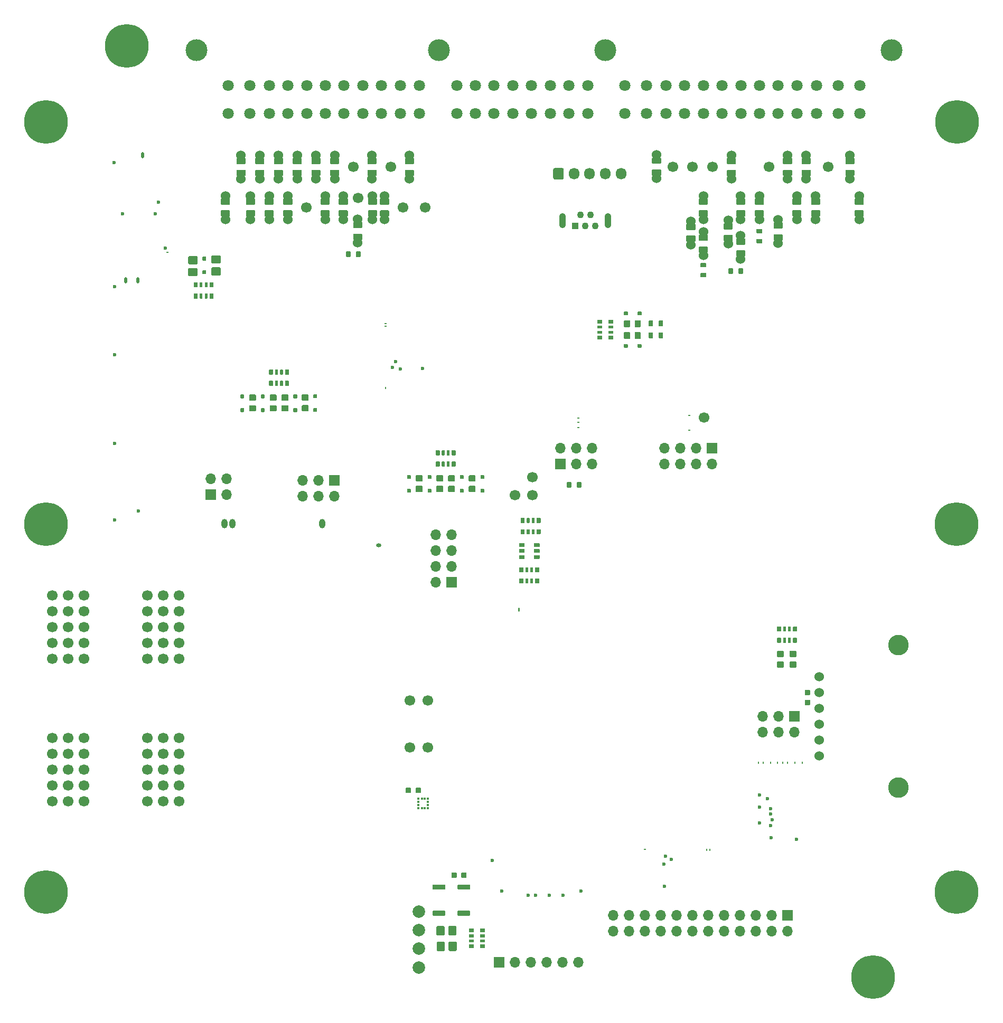
<source format=gts>
G04 #@! TF.GenerationSoftware,KiCad,Pcbnew,(5.99.0-10192-g8d0191151d)*
G04 #@! TF.CreationDate,2021-04-13T21:24:01+03:00*
G04 #@! TF.ProjectId,hellen64_miataNA6_94,68656c6c-656e-4363-945f-6d696174614e,R0.4*
G04 #@! TF.SameCoordinates,PX1406f40PYa852d20*
G04 #@! TF.FileFunction,Soldermask,Top*
G04 #@! TF.FilePolarity,Negative*
%FSLAX46Y46*%
G04 Gerber Fmt 4.6, Leading zero omitted, Abs format (unit mm)*
G04 Created by KiCad (PCBNEW (5.99.0-10192-g8d0191151d)) date 2021-04-13 21:24:01*
%MOMM*%
%LPD*%
G01*
G04 APERTURE LIST*
%ADD10C,0.599999*%
%ADD11O,0.499999X0.250000*%
%ADD12C,1.524000*%
%ADD13C,1.700000*%
%ADD14C,2.000000*%
%ADD15R,1.700000X1.700000*%
%ADD16O,1.700000X1.700000*%
%ADD17O,1.000001X1.500000*%
%ADD18O,0.800001X0.599999*%
%ADD19C,3.500120*%
%ADD20C,1.800000*%
%ADD21C,7.000000*%
%ADD22R,1.100000X1.100000*%
%ADD23C,1.100000*%
%ADD24O,1.100000X2.400000*%
%ADD25O,0.250000X0.499999*%
%ADD26C,3.302000*%
%ADD27R,0.375000X0.350000*%
%ADD28R,0.350000X0.375000*%
%ADD29O,0.499999X1.000001*%
%ADD30O,0.499999X0.200000*%
%ADD31O,0.200000X0.399999*%
%ADD32O,1.700000X1.850000*%
G04 APERTURE END LIST*
G04 #@! TO.C,R23*
G36*
G01*
X52161360Y120410880D02*
X52161360Y121190880D01*
G75*
G02*
X52231360Y121260880I70000J0D01*
G01*
X52791360Y121260880D01*
G75*
G02*
X52861360Y121190880I0J-70000D01*
G01*
X52861360Y120410880D01*
G75*
G02*
X52791360Y120340880I-70000J0D01*
G01*
X52231360Y120340880D01*
G75*
G02*
X52161360Y120410880I0J70000D01*
G01*
G37*
G36*
G01*
X53761360Y120410880D02*
X53761360Y121190880D01*
G75*
G02*
X53831360Y121260880I70000J0D01*
G01*
X54391360Y121260880D01*
G75*
G02*
X54461360Y121190880I0J-70000D01*
G01*
X54461360Y120410880D01*
G75*
G02*
X54391360Y120340880I-70000J0D01*
G01*
X53831360Y120340880D01*
G75*
G02*
X53761360Y120410880I0J70000D01*
G01*
G37*
G04 #@! TD*
G04 #@! TO.C,R22*
G36*
G01*
X113460960Y117705000D02*
X113460960Y118485000D01*
G75*
G02*
X113530960Y118555000I70000J0D01*
G01*
X114090960Y118555000D01*
G75*
G02*
X114160960Y118485000I0J-70000D01*
G01*
X114160960Y117705000D01*
G75*
G02*
X114090960Y117635000I-70000J0D01*
G01*
X113530960Y117635000D01*
G75*
G02*
X113460960Y117705000I0J70000D01*
G01*
G37*
G36*
G01*
X115060960Y117705000D02*
X115060960Y118485000D01*
G75*
G02*
X115130960Y118555000I70000J0D01*
G01*
X115690960Y118555000D01*
G75*
G02*
X115760960Y118485000I0J-70000D01*
G01*
X115760960Y117705000D01*
G75*
G02*
X115690960Y117635000I-70000J0D01*
G01*
X115130960Y117635000D01*
G75*
G02*
X115060960Y117705000I0J70000D01*
G01*
G37*
G04 #@! TD*
G04 #@! TO.C,R21*
G36*
G01*
X109800960Y117100001D02*
X109020960Y117100001D01*
G75*
G02*
X108950960Y117170001I0J70000D01*
G01*
X108950960Y117730001D01*
G75*
G02*
X109020960Y117800001I70000J0D01*
G01*
X109800960Y117800001D01*
G75*
G02*
X109870960Y117730001I0J-70000D01*
G01*
X109870960Y117170001D01*
G75*
G02*
X109800960Y117100001I-70000J0D01*
G01*
G37*
G36*
G01*
X109800960Y118700001D02*
X109020960Y118700001D01*
G75*
G02*
X108950960Y118770001I0J70000D01*
G01*
X108950960Y119330001D01*
G75*
G02*
X109020960Y119400001I70000J0D01*
G01*
X109800960Y119400001D01*
G75*
G02*
X109870960Y119330001I0J-70000D01*
G01*
X109870960Y118770001D01*
G75*
G02*
X109800960Y118700001I-70000J0D01*
G01*
G37*
G04 #@! TD*
D10*
G04 #@! TO.C,M4*
X75566855Y23589700D03*
X77141869Y18684691D03*
X89845887Y18693754D03*
X81366859Y18014690D03*
X82541863Y18014690D03*
X84716857Y18014690D03*
X86941859Y18014690D03*
G04 #@! TD*
G04 #@! TO.C,R8*
G36*
G01*
X80136360Y75965880D02*
X80136360Y76635880D01*
G75*
G02*
X80201360Y76700880I65000J0D01*
G01*
X80721360Y76700880D01*
G75*
G02*
X80786360Y76635880I0J-65000D01*
G01*
X80786360Y75965880D01*
G75*
G02*
X80721360Y75900880I-65000J0D01*
G01*
X80201360Y75900880D01*
G75*
G02*
X80136360Y75965880I0J65000D01*
G01*
G37*
G36*
G01*
X81111360Y75945880D02*
X81111360Y76655880D01*
G75*
G02*
X81156360Y76700880I45000J0D01*
G01*
X81516360Y76700880D01*
G75*
G02*
X81561360Y76655880I0J-45000D01*
G01*
X81561360Y75945880D01*
G75*
G02*
X81516360Y75900880I-45000J0D01*
G01*
X81156360Y75900880D01*
G75*
G02*
X81111360Y75945880I0J45000D01*
G01*
G37*
G36*
G01*
X81911360Y75945880D02*
X81911360Y76655880D01*
G75*
G02*
X81956360Y76700880I45000J0D01*
G01*
X82316360Y76700880D01*
G75*
G02*
X82361360Y76655880I0J-45000D01*
G01*
X82361360Y75945880D01*
G75*
G02*
X82316360Y75900880I-45000J0D01*
G01*
X81956360Y75900880D01*
G75*
G02*
X81911360Y75945880I0J45000D01*
G01*
G37*
G36*
G01*
X82686360Y75965880D02*
X82686360Y76635880D01*
G75*
G02*
X82751360Y76700880I65000J0D01*
G01*
X83271360Y76700880D01*
G75*
G02*
X83336360Y76635880I0J-65000D01*
G01*
X83336360Y75965880D01*
G75*
G02*
X83271360Y75900880I-65000J0D01*
G01*
X82751360Y75900880D01*
G75*
G02*
X82686360Y75965880I0J65000D01*
G01*
G37*
G36*
G01*
X82686360Y77765880D02*
X82686360Y78435880D01*
G75*
G02*
X82751360Y78500880I65000J0D01*
G01*
X83271360Y78500880D01*
G75*
G02*
X83336360Y78435880I0J-65000D01*
G01*
X83336360Y77765880D01*
G75*
G02*
X83271360Y77700880I-65000J0D01*
G01*
X82751360Y77700880D01*
G75*
G02*
X82686360Y77765880I0J65000D01*
G01*
G37*
G36*
G01*
X81911360Y77745880D02*
X81911360Y78455880D01*
G75*
G02*
X81956360Y78500880I45000J0D01*
G01*
X82316360Y78500880D01*
G75*
G02*
X82361360Y78455880I0J-45000D01*
G01*
X82361360Y77745880D01*
G75*
G02*
X82316360Y77700880I-45000J0D01*
G01*
X81956360Y77700880D01*
G75*
G02*
X81911360Y77745880I0J45000D01*
G01*
G37*
G36*
G01*
X81111360Y77745880D02*
X81111360Y78455880D01*
G75*
G02*
X81156360Y78500880I45000J0D01*
G01*
X81516360Y78500880D01*
G75*
G02*
X81561360Y78455880I0J-45000D01*
G01*
X81561360Y77745880D01*
G75*
G02*
X81516360Y77700880I-45000J0D01*
G01*
X81156360Y77700880D01*
G75*
G02*
X81111360Y77745880I0J45000D01*
G01*
G37*
G36*
G01*
X80136360Y77765880D02*
X80136360Y78435880D01*
G75*
G02*
X80201360Y78500880I65000J0D01*
G01*
X80721360Y78500880D01*
G75*
G02*
X80786360Y78435880I0J-65000D01*
G01*
X80786360Y77765880D01*
G75*
G02*
X80721360Y77700880I-65000J0D01*
G01*
X80201360Y77700880D01*
G75*
G02*
X80136360Y77765880I0J65000D01*
G01*
G37*
G04 #@! TD*
D11*
G04 #@! TO.C,M9*
X89359786Y92963404D03*
X89359786Y93838404D03*
X89359786Y94538405D03*
X107184784Y94988404D03*
X107184784Y92588401D03*
G04 #@! TD*
G04 #@! TO.C,R32*
G36*
G01*
X52325700Y126849999D02*
X51075700Y126849999D01*
G75*
G02*
X50975700Y126949999I0J100000D01*
G01*
X50975700Y127749999D01*
G75*
G02*
X51075700Y127849999I100000J0D01*
G01*
X52325700Y127849999D01*
G75*
G02*
X52425700Y127749999I0J-100000D01*
G01*
X52425700Y126949999D01*
G75*
G02*
X52325700Y126849999I-100000J0D01*
G01*
G37*
D12*
X51700700Y126395000D03*
G36*
G01*
X52325700Y128750021D02*
X51075700Y128750021D01*
G75*
G02*
X50975700Y128850021I0J100000D01*
G01*
X50975700Y129650021D01*
G75*
G02*
X51075700Y129750021I100000J0D01*
G01*
X52325700Y129750021D01*
G75*
G02*
X52425700Y129650021I0J-100000D01*
G01*
X52425700Y128850021D01*
G75*
G02*
X52325700Y128750021I-100000J0D01*
G01*
G37*
X51700700Y130205000D03*
G04 #@! TD*
D13*
G04 #@! TO.C,P24*
X65210960Y49204880D03*
G04 #@! TD*
G04 #@! TO.C,P47*
X59310960Y134800000D03*
G04 #@! TD*
G04 #@! TO.C,R2*
G36*
G01*
X74364360Y9479880D02*
X73694360Y9479880D01*
G75*
G02*
X73629360Y9544880I0J65000D01*
G01*
X73629360Y10064880D01*
G75*
G02*
X73694360Y10129880I65000J0D01*
G01*
X74364360Y10129880D01*
G75*
G02*
X74429360Y10064880I0J-65000D01*
G01*
X74429360Y9544880D01*
G75*
G02*
X74364360Y9479880I-65000J0D01*
G01*
G37*
G36*
G01*
X74384360Y10454880D02*
X73674360Y10454880D01*
G75*
G02*
X73629360Y10499880I0J45000D01*
G01*
X73629360Y10859880D01*
G75*
G02*
X73674360Y10904880I45000J0D01*
G01*
X74384360Y10904880D01*
G75*
G02*
X74429360Y10859880I0J-45000D01*
G01*
X74429360Y10499880D01*
G75*
G02*
X74384360Y10454880I-45000J0D01*
G01*
G37*
G36*
G01*
X74384360Y11254880D02*
X73674360Y11254880D01*
G75*
G02*
X73629360Y11299880I0J45000D01*
G01*
X73629360Y11659880D01*
G75*
G02*
X73674360Y11704880I45000J0D01*
G01*
X74384360Y11704880D01*
G75*
G02*
X74429360Y11659880I0J-45000D01*
G01*
X74429360Y11299880D01*
G75*
G02*
X74384360Y11254880I-45000J0D01*
G01*
G37*
G36*
G01*
X74364360Y12029880D02*
X73694360Y12029880D01*
G75*
G02*
X73629360Y12094880I0J65000D01*
G01*
X73629360Y12614880D01*
G75*
G02*
X73694360Y12679880I65000J0D01*
G01*
X74364360Y12679880D01*
G75*
G02*
X74429360Y12614880I0J-65000D01*
G01*
X74429360Y12094880D01*
G75*
G02*
X74364360Y12029880I-65000J0D01*
G01*
G37*
G36*
G01*
X72564360Y12029880D02*
X71894360Y12029880D01*
G75*
G02*
X71829360Y12094880I0J65000D01*
G01*
X71829360Y12614880D01*
G75*
G02*
X71894360Y12679880I65000J0D01*
G01*
X72564360Y12679880D01*
G75*
G02*
X72629360Y12614880I0J-65000D01*
G01*
X72629360Y12094880D01*
G75*
G02*
X72564360Y12029880I-65000J0D01*
G01*
G37*
G36*
G01*
X72584360Y11254880D02*
X71874360Y11254880D01*
G75*
G02*
X71829360Y11299880I0J45000D01*
G01*
X71829360Y11659880D01*
G75*
G02*
X71874360Y11704880I45000J0D01*
G01*
X72584360Y11704880D01*
G75*
G02*
X72629360Y11659880I0J-45000D01*
G01*
X72629360Y11299880D01*
G75*
G02*
X72584360Y11254880I-45000J0D01*
G01*
G37*
G36*
G01*
X72584360Y10454880D02*
X71874360Y10454880D01*
G75*
G02*
X71829360Y10499880I0J45000D01*
G01*
X71829360Y10859880D01*
G75*
G02*
X71874360Y10904880I45000J0D01*
G01*
X72584360Y10904880D01*
G75*
G02*
X72629360Y10859880I0J-45000D01*
G01*
X72629360Y10499880D01*
G75*
G02*
X72584360Y10454880I-45000J0D01*
G01*
G37*
G36*
G01*
X72564360Y9479880D02*
X71894360Y9479880D01*
G75*
G02*
X71829360Y9544880I0J65000D01*
G01*
X71829360Y10064880D01*
G75*
G02*
X71894360Y10129880I65000J0D01*
G01*
X72564360Y10129880D01*
G75*
G02*
X72629360Y10064880I0J-65000D01*
G01*
X72629360Y9544880D01*
G75*
G02*
X72564360Y9479880I-65000J0D01*
G01*
G37*
G04 #@! TD*
G04 #@! TO.C,R4*
G36*
G01*
X118010700Y124857060D02*
X118790700Y124857060D01*
G75*
G02*
X118860700Y124787060I0J-70000D01*
G01*
X118860700Y124227060D01*
G75*
G02*
X118790700Y124157060I-70000J0D01*
G01*
X118010700Y124157060D01*
G75*
G02*
X117940700Y124227060I0J70000D01*
G01*
X117940700Y124787060D01*
G75*
G02*
X118010700Y124857060I70000J0D01*
G01*
G37*
G36*
G01*
X118010700Y123257060D02*
X118790700Y123257060D01*
G75*
G02*
X118860700Y123187060I0J-70000D01*
G01*
X118860700Y122627060D01*
G75*
G02*
X118790700Y122557060I-70000J0D01*
G01*
X118010700Y122557060D01*
G75*
G02*
X117940700Y122627060I0J70000D01*
G01*
X117940700Y123187060D01*
G75*
G02*
X118010700Y123257060I70000J0D01*
G01*
G37*
G04 #@! TD*
D14*
G04 #@! TO.C,J19*
X63800000Y6400000D03*
G04 #@! TD*
G04 #@! TO.C,C3*
G36*
G01*
X61705958Y34460000D02*
X61705958Y35140000D01*
G75*
G02*
X61790958Y35225000I85000J0D01*
G01*
X62470958Y35225000D01*
G75*
G02*
X62555958Y35140000I0J-85000D01*
G01*
X62555958Y34460000D01*
G75*
G02*
X62470958Y34375000I-85000J0D01*
G01*
X61790958Y34375000D01*
G75*
G02*
X61705958Y34460000I0J85000D01*
G01*
G37*
G36*
G01*
X63285960Y34460000D02*
X63285960Y35140000D01*
G75*
G02*
X63370960Y35225000I85000J0D01*
G01*
X64050960Y35225000D01*
G75*
G02*
X64135960Y35140000I0J-85000D01*
G01*
X64135960Y34460000D01*
G75*
G02*
X64050960Y34375000I-85000J0D01*
G01*
X63370960Y34375000D01*
G75*
G02*
X63285960Y34460000I0J85000D01*
G01*
G37*
G04 #@! TD*
D15*
G04 #@! TO.C,J10*
X50252360Y84513880D03*
D16*
X50252360Y81973880D03*
X47712360Y84513880D03*
X47712360Y81973880D03*
X45172360Y84513880D03*
X45172360Y81973880D03*
G04 #@! TD*
D13*
G04 #@! TO.C,G4*
X20320000Y55880000D03*
X20320000Y58420000D03*
X20320000Y60960000D03*
X20320000Y63500000D03*
X20320000Y66040000D03*
X22860000Y55880000D03*
X22860000Y58420000D03*
X22860000Y60960000D03*
X22860000Y63500000D03*
X22860000Y66040000D03*
X25400000Y55880000D03*
X25400000Y58420000D03*
X25400000Y60960000D03*
X25400000Y63500000D03*
X25400000Y66040000D03*
G04 #@! TD*
D12*
G04 #@! TO.C,R11*
X115410960Y123795000D03*
G36*
G01*
X114785960Y123340001D02*
X116035960Y123340001D01*
G75*
G02*
X116135960Y123240001I0J-100000D01*
G01*
X116135960Y122440001D01*
G75*
G02*
X116035960Y122340001I-100000J0D01*
G01*
X114785960Y122340001D01*
G75*
G02*
X114685960Y122440001I0J100000D01*
G01*
X114685960Y123240001D01*
G75*
G02*
X114785960Y123340001I100000J0D01*
G01*
G37*
X115410960Y119985000D03*
G36*
G01*
X114785960Y121439979D02*
X116035960Y121439979D01*
G75*
G02*
X116135960Y121339979I0J-100000D01*
G01*
X116135960Y120539979D01*
G75*
G02*
X116035960Y120439979I-100000J0D01*
G01*
X114785960Y120439979D01*
G75*
G02*
X114685960Y120539979I0J100000D01*
G01*
X114685960Y121339979D01*
G75*
G02*
X114785960Y121439979I100000J0D01*
G01*
G37*
G04 #@! TD*
G04 #@! TO.C,R41*
G36*
G01*
X37435960Y126849999D02*
X36185960Y126849999D01*
G75*
G02*
X36085960Y126949999I0J100000D01*
G01*
X36085960Y127749999D01*
G75*
G02*
X36185960Y127849999I100000J0D01*
G01*
X37435960Y127849999D01*
G75*
G02*
X37535960Y127749999I0J-100000D01*
G01*
X37535960Y126949999D01*
G75*
G02*
X37435960Y126849999I-100000J0D01*
G01*
G37*
X36810960Y126395000D03*
X36810960Y130205000D03*
G36*
G01*
X37435960Y128750021D02*
X36185960Y128750021D01*
G75*
G02*
X36085960Y128850021I0J100000D01*
G01*
X36085960Y129650021D01*
G75*
G02*
X36185960Y129750021I100000J0D01*
G01*
X37435960Y129750021D01*
G75*
G02*
X37535960Y129650021I0J-100000D01*
G01*
X37535960Y128850021D01*
G75*
G02*
X37435960Y128750021I-100000J0D01*
G01*
G37*
G04 #@! TD*
D17*
G04 #@! TO.C,M5*
X32657430Y77612659D03*
X33913295Y77612659D03*
X48288321Y77612659D03*
D18*
X57343319Y74116375D03*
G04 #@! TD*
G04 #@! TO.C,R36*
G36*
G01*
X41935960Y133349999D02*
X40685960Y133349999D01*
G75*
G02*
X40585960Y133449999I0J100000D01*
G01*
X40585960Y134249999D01*
G75*
G02*
X40685960Y134349999I100000J0D01*
G01*
X41935960Y134349999D01*
G75*
G02*
X42035960Y134249999I0J-100000D01*
G01*
X42035960Y133449999D01*
G75*
G02*
X41935960Y133349999I-100000J0D01*
G01*
G37*
D12*
X41310960Y132895000D03*
X41310960Y136705000D03*
G36*
G01*
X41935960Y135250021D02*
X40685960Y135250021D01*
G75*
G02*
X40585960Y135350021I0J100000D01*
G01*
X40585960Y136150021D01*
G75*
G02*
X40685960Y136250021I100000J0D01*
G01*
X41935960Y136250021D01*
G75*
G02*
X42035960Y136150021I0J-100000D01*
G01*
X42035960Y135350021D01*
G75*
G02*
X41935960Y135250021I-100000J0D01*
G01*
G37*
G04 #@! TD*
G04 #@! TO.C,D1*
G36*
G01*
X67979339Y10424880D02*
X67979339Y9184880D01*
G75*
G02*
X67849339Y9054880I-130000J0D01*
G01*
X66809339Y9054880D01*
G75*
G02*
X66679339Y9184880I0J130000D01*
G01*
X66679339Y10424880D01*
G75*
G02*
X66809339Y10554880I130000J0D01*
G01*
X67849339Y10554880D01*
G75*
G02*
X67979339Y10424880I0J-130000D01*
G01*
G37*
G36*
G01*
X69879360Y10424880D02*
X69879360Y9184880D01*
G75*
G02*
X69749360Y9054880I-130000J0D01*
G01*
X68709360Y9054880D01*
G75*
G02*
X68579360Y9184880I0J130000D01*
G01*
X68579360Y10424880D01*
G75*
G02*
X68709360Y10554880I130000J0D01*
G01*
X69749360Y10554880D01*
G75*
G02*
X69879360Y10424880I0J-130000D01*
G01*
G37*
G04 #@! TD*
D13*
G04 #@! TO.C,P22*
X65210960Y41704880D03*
G04 #@! TD*
G04 #@! TO.C,R48*
G36*
G01*
X110035960Y126844999D02*
X108785960Y126844999D01*
G75*
G02*
X108685960Y126944999I0J100000D01*
G01*
X108685960Y127744999D01*
G75*
G02*
X108785960Y127844999I100000J0D01*
G01*
X110035960Y127844999D01*
G75*
G02*
X110135960Y127744999I0J-100000D01*
G01*
X110135960Y126944999D01*
G75*
G02*
X110035960Y126844999I-100000J0D01*
G01*
G37*
D12*
X109410960Y126390000D03*
G36*
G01*
X110035960Y128745021D02*
X108785960Y128745021D01*
G75*
G02*
X108685960Y128845021I0J100000D01*
G01*
X108685960Y129645021D01*
G75*
G02*
X108785960Y129745021I100000J0D01*
G01*
X110035960Y129745021D01*
G75*
G02*
X110135960Y129645021I0J-100000D01*
G01*
X110135960Y128845021D01*
G75*
G02*
X110035960Y128745021I-100000J0D01*
G01*
G37*
X109410960Y130200000D03*
G04 #@! TD*
G04 #@! TO.C,D15*
G36*
G01*
X62510209Y85290750D02*
X62510209Y84810750D01*
G75*
G02*
X62450209Y84750750I-60000J0D01*
G01*
X61970209Y84750750D01*
G75*
G02*
X61910209Y84810750I0J60000D01*
G01*
X61910209Y85290750D01*
G75*
G02*
X61970209Y85350750I60000J0D01*
G01*
X62450209Y85350750D01*
G75*
G02*
X62510209Y85290750I0J-60000D01*
G01*
G37*
G36*
G01*
X62510209Y83090750D02*
X62510209Y82610750D01*
G75*
G02*
X62450209Y82550750I-60000J0D01*
G01*
X61970209Y82550750D01*
G75*
G02*
X61910209Y82610750I0J60000D01*
G01*
X61910209Y83090750D01*
G75*
G02*
X61970209Y83150750I60000J0D01*
G01*
X62450209Y83150750D01*
G75*
G02*
X62510209Y83090750I0J-60000D01*
G01*
G37*
G04 #@! TD*
G04 #@! TO.C,C1*
G36*
G01*
X69024358Y20864880D02*
X69024358Y21544880D01*
G75*
G02*
X69109358Y21629880I85000J0D01*
G01*
X69789358Y21629880D01*
G75*
G02*
X69874358Y21544880I0J-85000D01*
G01*
X69874358Y20864880D01*
G75*
G02*
X69789358Y20779880I-85000J0D01*
G01*
X69109358Y20779880D01*
G75*
G02*
X69024358Y20864880I0J85000D01*
G01*
G37*
G36*
G01*
X70604360Y20864880D02*
X70604360Y21544880D01*
G75*
G02*
X70689360Y21629880I85000J0D01*
G01*
X71369360Y21629880D01*
G75*
G02*
X71454360Y21544880I0J-85000D01*
G01*
X71454360Y20864880D01*
G75*
G02*
X71369360Y20779880I-85000J0D01*
G01*
X70689360Y20779880D01*
G75*
G02*
X70604360Y20864880I0J85000D01*
G01*
G37*
G04 #@! TD*
G04 #@! TO.C,S1*
G36*
G01*
X66109360Y19704881D02*
X67949360Y19704881D01*
G75*
G02*
X68029360Y19624881I0J-80000D01*
G01*
X68029360Y18984881D01*
G75*
G02*
X67949360Y18904881I-80000J0D01*
G01*
X66109360Y18904881D01*
G75*
G02*
X66029360Y18984881I0J80000D01*
G01*
X66029360Y19624881D01*
G75*
G02*
X66109360Y19704881I80000J0D01*
G01*
G37*
G36*
G01*
X66109360Y15504880D02*
X67949360Y15504880D01*
G75*
G02*
X68029360Y15424880I0J-80000D01*
G01*
X68029360Y14784880D01*
G75*
G02*
X67949360Y14704880I-80000J0D01*
G01*
X66109360Y14704880D01*
G75*
G02*
X66029360Y14784880I0J80000D01*
G01*
X66029360Y15424880D01*
G75*
G02*
X66109360Y15504880I80000J0D01*
G01*
G37*
G04 #@! TD*
G04 #@! TO.C,D6*
G36*
G01*
X71910211Y85350749D02*
X72810211Y85350749D01*
G75*
G02*
X72910211Y85250749I0J-100000D01*
G01*
X72910211Y84450749D01*
G75*
G02*
X72810211Y84350749I-100000J0D01*
G01*
X71910211Y84350749D01*
G75*
G02*
X71810211Y84450749I0J100000D01*
G01*
X71810211Y85250749D01*
G75*
G02*
X71910211Y85350749I100000J0D01*
G01*
G37*
G36*
G01*
X71910211Y83650749D02*
X72810211Y83650749D01*
G75*
G02*
X72910211Y83550749I0J-100000D01*
G01*
X72910211Y82750749D01*
G75*
G02*
X72810211Y82650749I-100000J0D01*
G01*
X71910211Y82650749D01*
G75*
G02*
X71810211Y82750749I0J100000D01*
G01*
X71810211Y83550749D01*
G75*
G02*
X71910211Y83650749I100000J0D01*
G01*
G37*
G04 #@! TD*
G04 #@! TO.C,R24*
G36*
G01*
X108035960Y122795000D02*
X106785960Y122795000D01*
G75*
G02*
X106685960Y122895000I0J100000D01*
G01*
X106685960Y123695000D01*
G75*
G02*
X106785960Y123795000I100000J0D01*
G01*
X108035960Y123795000D01*
G75*
G02*
X108135960Y123695000I0J-100000D01*
G01*
X108135960Y122895000D01*
G75*
G02*
X108035960Y122795000I-100000J0D01*
G01*
G37*
X107410960Y122340001D03*
G36*
G01*
X108035960Y124695022D02*
X106785960Y124695022D01*
G75*
G02*
X106685960Y124795022I0J100000D01*
G01*
X106685960Y125595022D01*
G75*
G02*
X106785960Y125695022I100000J0D01*
G01*
X108035960Y125695022D01*
G75*
G02*
X108135960Y125595022I0J-100000D01*
G01*
X108135960Y124795022D01*
G75*
G02*
X108035960Y124695022I-100000J0D01*
G01*
G37*
X107410960Y126150001D03*
G04 #@! TD*
G04 #@! TO.C,R33*
G36*
G01*
X47935960Y133349999D02*
X46685960Y133349999D01*
G75*
G02*
X46585960Y133449999I0J100000D01*
G01*
X46585960Y134249999D01*
G75*
G02*
X46685960Y134349999I100000J0D01*
G01*
X47935960Y134349999D01*
G75*
G02*
X48035960Y134249999I0J-100000D01*
G01*
X48035960Y133449999D01*
G75*
G02*
X47935960Y133349999I-100000J0D01*
G01*
G37*
X47310960Y132895000D03*
X47310960Y136705000D03*
G36*
G01*
X47935960Y135250021D02*
X46685960Y135250021D01*
G75*
G02*
X46585960Y135350021I0J100000D01*
G01*
X46585960Y136150021D01*
G75*
G02*
X46685960Y136250021I100000J0D01*
G01*
X47935960Y136250021D01*
G75*
G02*
X48035960Y136150021I0J-100000D01*
G01*
X48035960Y135350021D01*
G75*
G02*
X47935960Y135250021I-100000J0D01*
G01*
G37*
G04 #@! TD*
G04 #@! TO.C,D12*
G36*
G01*
X74297706Y85289251D02*
X74297706Y84809251D01*
G75*
G02*
X74237706Y84749251I-60000J0D01*
G01*
X73757706Y84749251D01*
G75*
G02*
X73697706Y84809251I0J60000D01*
G01*
X73697706Y85289251D01*
G75*
G02*
X73757706Y85349251I60000J0D01*
G01*
X74237706Y85349251D01*
G75*
G02*
X74297706Y85289251I0J-60000D01*
G01*
G37*
G36*
G01*
X74297706Y83089251D02*
X74297706Y82609251D01*
G75*
G02*
X74237706Y82549251I-60000J0D01*
G01*
X73757706Y82549251D01*
G75*
G02*
X73697706Y82609251I0J60000D01*
G01*
X73697706Y83089251D01*
G75*
G02*
X73757706Y83149251I60000J0D01*
G01*
X74237706Y83149251D01*
G75*
G02*
X74297706Y83089251I0J-60000D01*
G01*
G37*
G04 #@! TD*
G04 #@! TO.C,R42*
G36*
G01*
X33435960Y126849999D02*
X32185960Y126849999D01*
G75*
G02*
X32085960Y126949999I0J100000D01*
G01*
X32085960Y127749999D01*
G75*
G02*
X32185960Y127849999I100000J0D01*
G01*
X33435960Y127849999D01*
G75*
G02*
X33535960Y127749999I0J-100000D01*
G01*
X33535960Y126949999D01*
G75*
G02*
X33435960Y126849999I-100000J0D01*
G01*
G37*
X32810960Y126395000D03*
G36*
G01*
X33435960Y128750021D02*
X32185960Y128750021D01*
G75*
G02*
X32085960Y128850021I0J100000D01*
G01*
X32085960Y129650021D01*
G75*
G02*
X32185960Y129750021I100000J0D01*
G01*
X33435960Y129750021D01*
G75*
G02*
X33535960Y129650021I0J-100000D01*
G01*
X33535960Y128850021D01*
G75*
G02*
X33435960Y128750021I-100000J0D01*
G01*
G37*
X32810960Y130205000D03*
G04 #@! TD*
D19*
G04 #@! TO.C,P2*
X93728300Y153574420D03*
X139577840Y153574420D03*
X28178520Y153574420D03*
X67027820Y153574420D03*
D20*
X33230580Y143373780D03*
X36728160Y143373780D03*
X39829500Y143373780D03*
X42829240Y143373780D03*
X45828980Y143373780D03*
X48828720Y143373780D03*
X51828460Y143373780D03*
X54828200Y143373780D03*
X57827940Y143373780D03*
X60827680Y143373780D03*
X63929020Y143373780D03*
X33230580Y147874660D03*
X36728160Y147874660D03*
X39829500Y147874660D03*
X42829240Y147874660D03*
X45828980Y147874660D03*
X48828720Y147874660D03*
X51828460Y147874660D03*
X54828200Y147874660D03*
X57827940Y147874660D03*
X60827680Y147874660D03*
X63929020Y147874660D03*
X69877700Y143373780D03*
X72877440Y143373780D03*
X75877180Y143373780D03*
X78876920Y143373780D03*
X81879200Y143373780D03*
X84878940Y143373780D03*
X87878680Y143373780D03*
X90878420Y143373780D03*
X69877700Y147874660D03*
X72877440Y147874660D03*
X75877180Y147874660D03*
X78876920Y147874660D03*
X81879200Y147874660D03*
X84878940Y147874660D03*
X87878680Y147874660D03*
X90878420Y147874660D03*
X96824560Y143373780D03*
X100324680Y143373780D03*
X103428560Y143373780D03*
X106428300Y143373780D03*
X109428040Y143373780D03*
X112427780Y143373780D03*
X115427520Y143373780D03*
X118427260Y143373780D03*
X121427000Y143373780D03*
X124426740Y143373780D03*
X127528080Y143373780D03*
X131028200Y143373780D03*
X134528320Y143373780D03*
X96824560Y147874660D03*
X100324680Y147874660D03*
X103428560Y147874660D03*
X106428300Y147874660D03*
X109428040Y147874660D03*
X112427780Y147874660D03*
X115427520Y147874660D03*
X118427260Y147874660D03*
X121427000Y147874660D03*
X124426740Y147874660D03*
X127528080Y147874660D03*
X131028200Y147874660D03*
X134528320Y147874660D03*
G04 #@! TD*
G04 #@! TO.C,D22*
G36*
G01*
X39087497Y98238501D02*
X39087497Y97758501D01*
G75*
G02*
X39027497Y97698501I-60000J0D01*
G01*
X38547497Y97698501D01*
G75*
G02*
X38487497Y97758501I0J60000D01*
G01*
X38487497Y98238501D01*
G75*
G02*
X38547497Y98298501I60000J0D01*
G01*
X39027497Y98298501D01*
G75*
G02*
X39087497Y98238501I0J-60000D01*
G01*
G37*
G36*
G01*
X39087497Y96038501D02*
X39087497Y95558501D01*
G75*
G02*
X39027497Y95498501I-60000J0D01*
G01*
X38547497Y95498501D01*
G75*
G02*
X38487497Y95558501I0J60000D01*
G01*
X38487497Y96038501D01*
G75*
G02*
X38547497Y96098501I60000J0D01*
G01*
X39027497Y96098501D01*
G75*
G02*
X39087497Y96038501I0J-60000D01*
G01*
G37*
G04 #@! TD*
D13*
G04 #@! TO.C,P56*
X104510960Y134795000D03*
G04 #@! TD*
D21*
G04 #@! TO.C,J18*
X4000000Y142000000D03*
G04 #@! TD*
D13*
G04 #@! TO.C,P52*
X129410960Y134795000D03*
G04 #@! TD*
G04 #@! TO.C,D11*
G36*
G01*
X31930960Y119300021D02*
X30690960Y119300021D01*
G75*
G02*
X30560960Y119430021I0J130000D01*
G01*
X30560960Y120470021D01*
G75*
G02*
X30690960Y120600021I130000J0D01*
G01*
X31930960Y120600021D01*
G75*
G02*
X32060960Y120470021I0J-130000D01*
G01*
X32060960Y119430021D01*
G75*
G02*
X31930960Y119300021I-130000J0D01*
G01*
G37*
G36*
G01*
X31930960Y117400000D02*
X30690960Y117400000D01*
G75*
G02*
X30560960Y117530000I0J130000D01*
G01*
X30560960Y118570000D01*
G75*
G02*
X30690960Y118700000I130000J0D01*
G01*
X31930960Y118700000D01*
G75*
G02*
X32060960Y118570000I0J-130000D01*
G01*
X32060960Y117530000D01*
G75*
G02*
X31930960Y117400000I-130000J0D01*
G01*
G37*
G04 #@! TD*
G04 #@! TO.C,R6*
G36*
G01*
X69710209Y89285750D02*
X69710209Y88615750D01*
G75*
G02*
X69645209Y88550750I-65000J0D01*
G01*
X69125209Y88550750D01*
G75*
G02*
X69060209Y88615750I0J65000D01*
G01*
X69060209Y89285750D01*
G75*
G02*
X69125209Y89350750I65000J0D01*
G01*
X69645209Y89350750D01*
G75*
G02*
X69710209Y89285750I0J-65000D01*
G01*
G37*
G36*
G01*
X68735209Y89305750D02*
X68735209Y88595750D01*
G75*
G02*
X68690209Y88550750I-45000J0D01*
G01*
X68330209Y88550750D01*
G75*
G02*
X68285209Y88595750I0J45000D01*
G01*
X68285209Y89305750D01*
G75*
G02*
X68330209Y89350750I45000J0D01*
G01*
X68690209Y89350750D01*
G75*
G02*
X68735209Y89305750I0J-45000D01*
G01*
G37*
G36*
G01*
X67935209Y89305750D02*
X67935209Y88595750D01*
G75*
G02*
X67890209Y88550750I-45000J0D01*
G01*
X67530209Y88550750D01*
G75*
G02*
X67485209Y88595750I0J45000D01*
G01*
X67485209Y89305750D01*
G75*
G02*
X67530209Y89350750I45000J0D01*
G01*
X67890209Y89350750D01*
G75*
G02*
X67935209Y89305750I0J-45000D01*
G01*
G37*
G36*
G01*
X67160209Y89285750D02*
X67160209Y88615750D01*
G75*
G02*
X67095209Y88550750I-65000J0D01*
G01*
X66575209Y88550750D01*
G75*
G02*
X66510209Y88615750I0J65000D01*
G01*
X66510209Y89285750D01*
G75*
G02*
X66575209Y89350750I65000J0D01*
G01*
X67095209Y89350750D01*
G75*
G02*
X67160209Y89285750I0J-65000D01*
G01*
G37*
G36*
G01*
X67160209Y87485750D02*
X67160209Y86815750D01*
G75*
G02*
X67095209Y86750750I-65000J0D01*
G01*
X66575209Y86750750D01*
G75*
G02*
X66510209Y86815750I0J65000D01*
G01*
X66510209Y87485750D01*
G75*
G02*
X66575209Y87550750I65000J0D01*
G01*
X67095209Y87550750D01*
G75*
G02*
X67160209Y87485750I0J-65000D01*
G01*
G37*
G36*
G01*
X67935209Y87505750D02*
X67935209Y86795750D01*
G75*
G02*
X67890209Y86750750I-45000J0D01*
G01*
X67530209Y86750750D01*
G75*
G02*
X67485209Y86795750I0J45000D01*
G01*
X67485209Y87505750D01*
G75*
G02*
X67530209Y87550750I45000J0D01*
G01*
X67890209Y87550750D01*
G75*
G02*
X67935209Y87505750I0J-45000D01*
G01*
G37*
G36*
G01*
X68735209Y87505750D02*
X68735209Y86795750D01*
G75*
G02*
X68690209Y86750750I-45000J0D01*
G01*
X68330209Y86750750D01*
G75*
G02*
X68285209Y86795750I0J45000D01*
G01*
X68285209Y87505750D01*
G75*
G02*
X68330209Y87550750I45000J0D01*
G01*
X68690209Y87550750D01*
G75*
G02*
X68735209Y87505750I0J-45000D01*
G01*
G37*
G36*
G01*
X69710209Y87485750D02*
X69710209Y86815750D01*
G75*
G02*
X69645209Y86750750I-65000J0D01*
G01*
X69125209Y86750750D01*
G75*
G02*
X69060209Y86815750I0J65000D01*
G01*
X69060209Y87485750D01*
G75*
G02*
X69125209Y87550750I65000J0D01*
G01*
X69645209Y87550750D01*
G75*
G02*
X69710209Y87485750I0J-65000D01*
G01*
G37*
G04 #@! TD*
G04 #@! TO.C,P26*
X79200700Y82200880D03*
G04 #@! TD*
D14*
G04 #@! TO.C,J20*
X63800000Y9400000D03*
G04 #@! TD*
D12*
G04 #@! TO.C,R43*
X122910960Y132890000D03*
G36*
G01*
X123535960Y133344999D02*
X122285960Y133344999D01*
G75*
G02*
X122185960Y133444999I0J100000D01*
G01*
X122185960Y134244999D01*
G75*
G02*
X122285960Y134344999I100000J0D01*
G01*
X123535960Y134344999D01*
G75*
G02*
X123635960Y134244999I0J-100000D01*
G01*
X123635960Y133444999D01*
G75*
G02*
X123535960Y133344999I-100000J0D01*
G01*
G37*
G36*
G01*
X123535960Y135245021D02*
X122285960Y135245021D01*
G75*
G02*
X122185960Y135345021I0J100000D01*
G01*
X122185960Y136145021D01*
G75*
G02*
X122285960Y136245021I100000J0D01*
G01*
X123535960Y136245021D01*
G75*
G02*
X123635960Y136145021I0J-100000D01*
G01*
X123635960Y135345021D01*
G75*
G02*
X123535960Y135245021I-100000J0D01*
G01*
G37*
X122910960Y136700000D03*
G04 #@! TD*
D22*
G04 #@! TO.C,J1*
X88900700Y125349180D03*
D23*
X89700700Y127099180D03*
X90500700Y125349180D03*
X91300700Y127099180D03*
X92100700Y125349180D03*
D24*
X86850700Y126224180D03*
X94150700Y126224180D03*
G04 #@! TD*
D15*
G04 #@! TO.C,J9*
X69029360Y68204880D03*
D16*
X66489360Y68204880D03*
X69029360Y70744880D03*
X66489360Y70744880D03*
X69029360Y73284880D03*
X66489360Y73284880D03*
X69029360Y75824880D03*
X66489360Y75824880D03*
G04 #@! TD*
G04 #@! TO.C,D30*
G36*
G01*
X96760700Y106394557D02*
X97240700Y106394557D01*
G75*
G02*
X97300700Y106334557I0J-60000D01*
G01*
X97300700Y105854557D01*
G75*
G02*
X97240700Y105794557I-60000J0D01*
G01*
X96760700Y105794557D01*
G75*
G02*
X96700700Y105854557I0J60000D01*
G01*
X96700700Y106334557D01*
G75*
G02*
X96760700Y106394557I60000J0D01*
G01*
G37*
G36*
G01*
X98960700Y106394557D02*
X99440700Y106394557D01*
G75*
G02*
X99500700Y106334557I0J-60000D01*
G01*
X99500700Y105854557D01*
G75*
G02*
X99440700Y105794557I-60000J0D01*
G01*
X98960700Y105794557D01*
G75*
G02*
X98900700Y105854557I0J60000D01*
G01*
X98900700Y106334557D01*
G75*
G02*
X98960700Y106394557I60000J0D01*
G01*
G37*
G04 #@! TD*
D15*
G04 #@! TO.C,J7*
X30477360Y82238880D03*
D16*
X30477360Y84778880D03*
X33017360Y82238880D03*
X33017360Y84778880D03*
G04 #@! TD*
D12*
G04 #@! TO.C,R45*
X118410960Y126390000D03*
G36*
G01*
X119035960Y126844999D02*
X117785960Y126844999D01*
G75*
G02*
X117685960Y126944999I0J100000D01*
G01*
X117685960Y127744999D01*
G75*
G02*
X117785960Y127844999I100000J0D01*
G01*
X119035960Y127844999D01*
G75*
G02*
X119135960Y127744999I0J-100000D01*
G01*
X119135960Y126944999D01*
G75*
G02*
X119035960Y126844999I-100000J0D01*
G01*
G37*
G36*
G01*
X119035960Y128745021D02*
X117785960Y128745021D01*
G75*
G02*
X117685960Y128845021I0J100000D01*
G01*
X117685960Y129645021D01*
G75*
G02*
X117785960Y129745021I100000J0D01*
G01*
X119035960Y129745021D01*
G75*
G02*
X119135960Y129645021I0J-100000D01*
G01*
X119135960Y128845021D01*
G75*
G02*
X119035960Y128745021I-100000J0D01*
G01*
G37*
X118410960Y130200000D03*
G04 #@! TD*
D25*
G04 #@! TO.C,M8*
X58457366Y99369566D03*
D11*
X58507364Y109719560D03*
X58507364Y109219559D03*
D10*
X59557362Y102669562D03*
X60082362Y103544564D03*
X60832360Y102369560D03*
X64382361Y102444563D03*
G04 #@! TD*
D15*
G04 #@! TO.C,J8*
X86511360Y87200880D03*
D16*
X86511360Y89740880D03*
X89051360Y87200880D03*
X89051360Y89740880D03*
X91591360Y87200880D03*
X91591360Y89740880D03*
G04 #@! TD*
D26*
G04 #@! TO.C,U2*
X140700000Y58085000D03*
X140700000Y35225000D03*
D12*
X128000000Y53005000D03*
X128000000Y50465000D03*
X128000000Y47925000D03*
X128000000Y45385000D03*
X128000000Y42845000D03*
X128000000Y40305000D03*
G04 #@! TD*
G04 #@! TO.C,R17*
G36*
G01*
X126535960Y133344999D02*
X125285960Y133344999D01*
G75*
G02*
X125185960Y133444999I0J100000D01*
G01*
X125185960Y134244999D01*
G75*
G02*
X125285960Y134344999I100000J0D01*
G01*
X126535960Y134344999D01*
G75*
G02*
X126635960Y134244999I0J-100000D01*
G01*
X126635960Y133444999D01*
G75*
G02*
X126535960Y133344999I-100000J0D01*
G01*
G37*
X125910960Y132890000D03*
G36*
G01*
X126535960Y135245021D02*
X125285960Y135245021D01*
G75*
G02*
X125185960Y135345021I0J100000D01*
G01*
X125185960Y136145021D01*
G75*
G02*
X125285960Y136245021I100000J0D01*
G01*
X126535960Y136245021D01*
G75*
G02*
X126635960Y136145021I0J-100000D01*
G01*
X126635960Y135345021D01*
G75*
G02*
X126535960Y135245021I-100000J0D01*
G01*
G37*
X125910960Y136700000D03*
G04 #@! TD*
D15*
G04 #@! TO.C,J6*
X110811360Y89740880D03*
D16*
X110811360Y87200880D03*
X108271360Y89740880D03*
X108271360Y87200880D03*
X105731360Y89740880D03*
X105731360Y87200880D03*
X103191360Y89740880D03*
X103191360Y87200880D03*
G04 #@! TD*
D13*
G04 #@! TO.C,G6*
X5080000Y55880000D03*
X5080000Y58420000D03*
X5080000Y60960000D03*
X5080000Y63500000D03*
X5080000Y66040000D03*
X7620000Y55880000D03*
X7620000Y58420000D03*
X7620000Y60960000D03*
X7620000Y63500000D03*
X7620000Y66040000D03*
X10160000Y55880000D03*
X10160000Y58420000D03*
X10160000Y60960000D03*
X10160000Y63500000D03*
X10160000Y66040000D03*
G04 #@! TD*
G04 #@! TO.C,P55*
X107710560Y134794120D03*
G04 #@! TD*
D15*
G04 #@! TO.C,J3*
X76679360Y7204880D03*
D16*
X79219360Y7204880D03*
X81759360Y7204880D03*
X84299360Y7204880D03*
X86839360Y7204880D03*
X89379360Y7204880D03*
G04 #@! TD*
G04 #@! TO.C,S2*
G36*
G01*
X70109360Y19704881D02*
X71949360Y19704881D01*
G75*
G02*
X72029360Y19624881I0J-80000D01*
G01*
X72029360Y18984881D01*
G75*
G02*
X71949360Y18904881I-80000J0D01*
G01*
X70109360Y18904881D01*
G75*
G02*
X70029360Y18984881I0J80000D01*
G01*
X70029360Y19624881D01*
G75*
G02*
X70109360Y19704881I80000J0D01*
G01*
G37*
G36*
G01*
X70109360Y15504880D02*
X71949360Y15504880D01*
G75*
G02*
X72029360Y15424880I0J-80000D01*
G01*
X72029360Y14784880D01*
G75*
G02*
X71949360Y14704880I-80000J0D01*
G01*
X70109360Y14704880D01*
G75*
G02*
X70029360Y14784880I0J80000D01*
G01*
X70029360Y15424880D01*
G75*
G02*
X70109360Y15504880I80000J0D01*
G01*
G37*
G04 #@! TD*
D15*
G04 #@! TO.C,J5*
X124029360Y46704880D03*
D16*
X124029360Y44164880D03*
X121489360Y46704880D03*
X121489360Y44164880D03*
X118949360Y46704880D03*
X118949360Y44164880D03*
G04 #@! TD*
G04 #@! TO.C,R29*
G36*
G01*
X56935960Y133349999D02*
X55685960Y133349999D01*
G75*
G02*
X55585960Y133449999I0J100000D01*
G01*
X55585960Y134249999D01*
G75*
G02*
X55685960Y134349999I100000J0D01*
G01*
X56935960Y134349999D01*
G75*
G02*
X57035960Y134249999I0J-100000D01*
G01*
X57035960Y133449999D01*
G75*
G02*
X56935960Y133349999I-100000J0D01*
G01*
G37*
D12*
X56310960Y132895000D03*
X56310960Y136705000D03*
G36*
G01*
X56935960Y135250021D02*
X55685960Y135250021D01*
G75*
G02*
X55585960Y135350021I0J100000D01*
G01*
X55585960Y136150021D01*
G75*
G02*
X55685960Y136250021I100000J0D01*
G01*
X56935960Y136250021D01*
G75*
G02*
X57035960Y136150021I0J-100000D01*
G01*
X57035960Y135350021D01*
G75*
G02*
X56935960Y135250021I-100000J0D01*
G01*
G37*
G04 #@! TD*
D13*
G04 #@! TO.C,P50*
X54060960Y129800880D03*
G04 #@! TD*
D12*
G04 #@! TO.C,R40*
X35310960Y132895000D03*
G36*
G01*
X35935960Y133349999D02*
X34685960Y133349999D01*
G75*
G02*
X34585960Y133449999I0J100000D01*
G01*
X34585960Y134249999D01*
G75*
G02*
X34685960Y134349999I100000J0D01*
G01*
X35935960Y134349999D01*
G75*
G02*
X36035960Y134249999I0J-100000D01*
G01*
X36035960Y133449999D01*
G75*
G02*
X35935960Y133349999I-100000J0D01*
G01*
G37*
G36*
G01*
X35935960Y135250021D02*
X34685960Y135250021D01*
G75*
G02*
X34585960Y135350021I0J100000D01*
G01*
X34585960Y136150021D01*
G75*
G02*
X34685960Y136250021I100000J0D01*
G01*
X35935960Y136250021D01*
G75*
G02*
X36035960Y136150021I0J-100000D01*
G01*
X36035960Y135350021D01*
G75*
G02*
X35935960Y135250021I-100000J0D01*
G01*
G37*
X35310960Y136705000D03*
G04 #@! TD*
G04 #@! TO.C,D23*
G36*
G01*
X35800000Y98240000D02*
X35800000Y97760000D01*
G75*
G02*
X35740000Y97700000I-60000J0D01*
G01*
X35260000Y97700000D01*
G75*
G02*
X35200000Y97760000I0J60000D01*
G01*
X35200000Y98240000D01*
G75*
G02*
X35260000Y98300000I60000J0D01*
G01*
X35740000Y98300000D01*
G75*
G02*
X35800000Y98240000I0J-60000D01*
G01*
G37*
G36*
G01*
X35800000Y96040000D02*
X35800000Y95560000D01*
G75*
G02*
X35740000Y95500000I-60000J0D01*
G01*
X35260000Y95500000D01*
G75*
G02*
X35200000Y95560000I0J60000D01*
G01*
X35200000Y96040000D01*
G75*
G02*
X35260000Y96100000I60000J0D01*
G01*
X35740000Y96100000D01*
G75*
G02*
X35800000Y96040000I0J-60000D01*
G01*
G37*
G04 #@! TD*
G04 #@! TO.C,D26*
G36*
G01*
X96700701Y109207062D02*
X96700701Y110107062D01*
G75*
G02*
X96800701Y110207062I100000J0D01*
G01*
X97600701Y110207062D01*
G75*
G02*
X97700701Y110107062I0J-100000D01*
G01*
X97700701Y109207062D01*
G75*
G02*
X97600701Y109107062I-100000J0D01*
G01*
X96800701Y109107062D01*
G75*
G02*
X96700701Y109207062I0J100000D01*
G01*
G37*
G36*
G01*
X98400701Y109207062D02*
X98400701Y110107062D01*
G75*
G02*
X98500701Y110207062I100000J0D01*
G01*
X99300701Y110207062D01*
G75*
G02*
X99400701Y110107062I0J-100000D01*
G01*
X99400701Y109207062D01*
G75*
G02*
X99300701Y109107062I-100000J0D01*
G01*
X98500701Y109107062D01*
G75*
G02*
X98400701Y109207062I0J100000D01*
G01*
G37*
G04 #@! TD*
D21*
G04 #@! TO.C,J13*
X4000000Y18500000D03*
G04 #@! TD*
G04 #@! TO.C,R16*
G36*
G01*
X92465700Y110307060D02*
X93135700Y110307060D01*
G75*
G02*
X93200700Y110242060I0J-65000D01*
G01*
X93200700Y109722060D01*
G75*
G02*
X93135700Y109657060I-65000J0D01*
G01*
X92465700Y109657060D01*
G75*
G02*
X92400700Y109722060I0J65000D01*
G01*
X92400700Y110242060D01*
G75*
G02*
X92465700Y110307060I65000J0D01*
G01*
G37*
G36*
G01*
X92445700Y109332060D02*
X93155700Y109332060D01*
G75*
G02*
X93200700Y109287060I0J-45000D01*
G01*
X93200700Y108927060D01*
G75*
G02*
X93155700Y108882060I-45000J0D01*
G01*
X92445700Y108882060D01*
G75*
G02*
X92400700Y108927060I0J45000D01*
G01*
X92400700Y109287060D01*
G75*
G02*
X92445700Y109332060I45000J0D01*
G01*
G37*
G36*
G01*
X92445700Y108532060D02*
X93155700Y108532060D01*
G75*
G02*
X93200700Y108487060I0J-45000D01*
G01*
X93200700Y108127060D01*
G75*
G02*
X93155700Y108082060I-45000J0D01*
G01*
X92445700Y108082060D01*
G75*
G02*
X92400700Y108127060I0J45000D01*
G01*
X92400700Y108487060D01*
G75*
G02*
X92445700Y108532060I45000J0D01*
G01*
G37*
G36*
G01*
X92465700Y107757060D02*
X93135700Y107757060D01*
G75*
G02*
X93200700Y107692060I0J-65000D01*
G01*
X93200700Y107172060D01*
G75*
G02*
X93135700Y107107060I-65000J0D01*
G01*
X92465700Y107107060D01*
G75*
G02*
X92400700Y107172060I0J65000D01*
G01*
X92400700Y107692060D01*
G75*
G02*
X92465700Y107757060I65000J0D01*
G01*
G37*
G36*
G01*
X94265700Y107757060D02*
X94935700Y107757060D01*
G75*
G02*
X95000700Y107692060I0J-65000D01*
G01*
X95000700Y107172060D01*
G75*
G02*
X94935700Y107107060I-65000J0D01*
G01*
X94265700Y107107060D01*
G75*
G02*
X94200700Y107172060I0J65000D01*
G01*
X94200700Y107692060D01*
G75*
G02*
X94265700Y107757060I65000J0D01*
G01*
G37*
G36*
G01*
X94245700Y108532060D02*
X94955700Y108532060D01*
G75*
G02*
X95000700Y108487060I0J-45000D01*
G01*
X95000700Y108127060D01*
G75*
G02*
X94955700Y108082060I-45000J0D01*
G01*
X94245700Y108082060D01*
G75*
G02*
X94200700Y108127060I0J45000D01*
G01*
X94200700Y108487060D01*
G75*
G02*
X94245700Y108532060I45000J0D01*
G01*
G37*
G36*
G01*
X94245700Y109332060D02*
X94955700Y109332060D01*
G75*
G02*
X95000700Y109287060I0J-45000D01*
G01*
X95000700Y108927060D01*
G75*
G02*
X94955700Y108882060I-45000J0D01*
G01*
X94245700Y108882060D01*
G75*
G02*
X94200700Y108927060I0J45000D01*
G01*
X94200700Y109287060D01*
G75*
G02*
X94245700Y109332060I45000J0D01*
G01*
G37*
G36*
G01*
X94265700Y110307060D02*
X94935700Y110307060D01*
G75*
G02*
X95000700Y110242060I0J-65000D01*
G01*
X95000700Y109722060D01*
G75*
G02*
X94935700Y109657060I-65000J0D01*
G01*
X94265700Y109657060D01*
G75*
G02*
X94200700Y109722060I0J65000D01*
G01*
X94200700Y110242060D01*
G75*
G02*
X94265700Y110307060I65000J0D01*
G01*
G37*
G04 #@! TD*
G04 #@! TO.C,R9*
G36*
G01*
X79911360Y68065880D02*
X79911360Y68735880D01*
G75*
G02*
X79976360Y68800880I65000J0D01*
G01*
X80496360Y68800880D01*
G75*
G02*
X80561360Y68735880I0J-65000D01*
G01*
X80561360Y68065880D01*
G75*
G02*
X80496360Y68000880I-65000J0D01*
G01*
X79976360Y68000880D01*
G75*
G02*
X79911360Y68065880I0J65000D01*
G01*
G37*
G36*
G01*
X80886360Y68045880D02*
X80886360Y68755880D01*
G75*
G02*
X80931360Y68800880I45000J0D01*
G01*
X81291360Y68800880D01*
G75*
G02*
X81336360Y68755880I0J-45000D01*
G01*
X81336360Y68045880D01*
G75*
G02*
X81291360Y68000880I-45000J0D01*
G01*
X80931360Y68000880D01*
G75*
G02*
X80886360Y68045880I0J45000D01*
G01*
G37*
G36*
G01*
X81686360Y68045880D02*
X81686360Y68755880D01*
G75*
G02*
X81731360Y68800880I45000J0D01*
G01*
X82091360Y68800880D01*
G75*
G02*
X82136360Y68755880I0J-45000D01*
G01*
X82136360Y68045880D01*
G75*
G02*
X82091360Y68000880I-45000J0D01*
G01*
X81731360Y68000880D01*
G75*
G02*
X81686360Y68045880I0J45000D01*
G01*
G37*
G36*
G01*
X82461360Y68065880D02*
X82461360Y68735880D01*
G75*
G02*
X82526360Y68800880I65000J0D01*
G01*
X83046360Y68800880D01*
G75*
G02*
X83111360Y68735880I0J-65000D01*
G01*
X83111360Y68065880D01*
G75*
G02*
X83046360Y68000880I-65000J0D01*
G01*
X82526360Y68000880D01*
G75*
G02*
X82461360Y68065880I0J65000D01*
G01*
G37*
G36*
G01*
X82461360Y69865880D02*
X82461360Y70535880D01*
G75*
G02*
X82526360Y70600880I65000J0D01*
G01*
X83046360Y70600880D01*
G75*
G02*
X83111360Y70535880I0J-65000D01*
G01*
X83111360Y69865880D01*
G75*
G02*
X83046360Y69800880I-65000J0D01*
G01*
X82526360Y69800880D01*
G75*
G02*
X82461360Y69865880I0J65000D01*
G01*
G37*
G36*
G01*
X81686360Y69845880D02*
X81686360Y70555880D01*
G75*
G02*
X81731360Y70600880I45000J0D01*
G01*
X82091360Y70600880D01*
G75*
G02*
X82136360Y70555880I0J-45000D01*
G01*
X82136360Y69845880D01*
G75*
G02*
X82091360Y69800880I-45000J0D01*
G01*
X81731360Y69800880D01*
G75*
G02*
X81686360Y69845880I0J45000D01*
G01*
G37*
G36*
G01*
X80886360Y69845880D02*
X80886360Y70555880D01*
G75*
G02*
X80931360Y70600880I45000J0D01*
G01*
X81291360Y70600880D01*
G75*
G02*
X81336360Y70555880I0J-45000D01*
G01*
X81336360Y69845880D01*
G75*
G02*
X81291360Y69800880I-45000J0D01*
G01*
X80931360Y69800880D01*
G75*
G02*
X80886360Y69845880I0J45000D01*
G01*
G37*
G36*
G01*
X79911360Y69865880D02*
X79911360Y70535880D01*
G75*
G02*
X79976360Y70600880I65000J0D01*
G01*
X80496360Y70600880D01*
G75*
G02*
X80561360Y70535880I0J-65000D01*
G01*
X80561360Y69865880D01*
G75*
G02*
X80496360Y69800880I-65000J0D01*
G01*
X79976360Y69800880D01*
G75*
G02*
X79911360Y69865880I0J65000D01*
G01*
G37*
G04 #@! TD*
G04 #@! TO.C,D9*
G36*
G01*
X63410211Y85350749D02*
X64310211Y85350749D01*
G75*
G02*
X64410211Y85250749I0J-100000D01*
G01*
X64410211Y84450749D01*
G75*
G02*
X64310211Y84350749I-100000J0D01*
G01*
X63410211Y84350749D01*
G75*
G02*
X63310211Y84450749I0J100000D01*
G01*
X63310211Y85250749D01*
G75*
G02*
X63410211Y85350749I100000J0D01*
G01*
G37*
G36*
G01*
X63410211Y83650749D02*
X64310211Y83650749D01*
G75*
G02*
X64410211Y83550749I0J-100000D01*
G01*
X64410211Y82750749D01*
G75*
G02*
X64310211Y82650749I-100000J0D01*
G01*
X63410211Y82650749D01*
G75*
G02*
X63310211Y82750749I0J100000D01*
G01*
X63310211Y83550749D01*
G75*
G02*
X63410211Y83650749I100000J0D01*
G01*
G37*
G04 #@! TD*
D13*
G04 #@! TO.C,P28*
X82011360Y82200880D03*
G04 #@! TD*
D21*
G04 #@! TO.C,J12*
X4000000Y77500000D03*
G04 #@! TD*
G04 #@! TO.C,D8*
G36*
G01*
X66710211Y85350749D02*
X67610211Y85350749D01*
G75*
G02*
X67710211Y85250749I0J-100000D01*
G01*
X67710211Y84450749D01*
G75*
G02*
X67610211Y84350749I-100000J0D01*
G01*
X66710211Y84350749D01*
G75*
G02*
X66610211Y84450749I0J100000D01*
G01*
X66610211Y85250749D01*
G75*
G02*
X66710211Y85350749I100000J0D01*
G01*
G37*
G36*
G01*
X66710211Y83650749D02*
X67610211Y83650749D01*
G75*
G02*
X67710211Y83550749I0J-100000D01*
G01*
X67710211Y82750749D01*
G75*
G02*
X67610211Y82650749I-100000J0D01*
G01*
X66710211Y82650749D01*
G75*
G02*
X66610211Y82750749I0J100000D01*
G01*
X66610211Y83550749D01*
G75*
G02*
X66710211Y83650749I100000J0D01*
G01*
G37*
G04 #@! TD*
D13*
G04 #@! TO.C,P54*
X110910960Y134795000D03*
G04 #@! TD*
G04 #@! TO.C,D14*
G36*
G01*
X65810209Y85290750D02*
X65810209Y84810750D01*
G75*
G02*
X65750209Y84750750I-60000J0D01*
G01*
X65270209Y84750750D01*
G75*
G02*
X65210209Y84810750I0J60000D01*
G01*
X65210209Y85290750D01*
G75*
G02*
X65270209Y85350750I60000J0D01*
G01*
X65750209Y85350750D01*
G75*
G02*
X65810209Y85290750I0J-60000D01*
G01*
G37*
G36*
G01*
X65810209Y83090750D02*
X65810209Y82610750D01*
G75*
G02*
X65750209Y82550750I-60000J0D01*
G01*
X65270209Y82550750D01*
G75*
G02*
X65210209Y82610750I0J60000D01*
G01*
X65210209Y83090750D01*
G75*
G02*
X65270209Y83150750I60000J0D01*
G01*
X65750209Y83150750D01*
G75*
G02*
X65810209Y83090750I0J-60000D01*
G01*
G37*
G04 #@! TD*
D14*
G04 #@! TO.C,J22*
X63800000Y15400000D03*
G04 #@! TD*
G04 #@! TO.C,D29*
G36*
G01*
X96760700Y111607060D02*
X97240700Y111607060D01*
G75*
G02*
X97300700Y111547060I0J-60000D01*
G01*
X97300700Y111067060D01*
G75*
G02*
X97240700Y111007060I-60000J0D01*
G01*
X96760700Y111007060D01*
G75*
G02*
X96700700Y111067060I0J60000D01*
G01*
X96700700Y111547060D01*
G75*
G02*
X96760700Y111607060I60000J0D01*
G01*
G37*
G36*
G01*
X98960700Y111607060D02*
X99440700Y111607060D01*
G75*
G02*
X99500700Y111547060I0J-60000D01*
G01*
X99500700Y111067060D01*
G75*
G02*
X99440700Y111007060I-60000J0D01*
G01*
X98960700Y111007060D01*
G75*
G02*
X98900700Y111067060I0J60000D01*
G01*
X98900700Y111547060D01*
G75*
G02*
X98960700Y111607060I60000J0D01*
G01*
G37*
G04 #@! TD*
G04 #@! TO.C,R38*
G36*
G01*
X38935960Y133349999D02*
X37685960Y133349999D01*
G75*
G02*
X37585960Y133449999I0J100000D01*
G01*
X37585960Y134249999D01*
G75*
G02*
X37685960Y134349999I100000J0D01*
G01*
X38935960Y134349999D01*
G75*
G02*
X39035960Y134249999I0J-100000D01*
G01*
X39035960Y133449999D01*
G75*
G02*
X38935960Y133349999I-100000J0D01*
G01*
G37*
D12*
X38310960Y132895000D03*
G36*
G01*
X38935960Y135250021D02*
X37685960Y135250021D01*
G75*
G02*
X37585960Y135350021I0J100000D01*
G01*
X37585960Y136150021D01*
G75*
G02*
X37685960Y136250021I100000J0D01*
G01*
X38935960Y136250021D01*
G75*
G02*
X39035960Y136150021I0J-100000D01*
G01*
X39035960Y135350021D01*
G75*
G02*
X38935960Y135250021I-100000J0D01*
G01*
G37*
X38310960Y136705000D03*
G04 #@! TD*
G04 #@! TO.C,R18*
G36*
G01*
X122025000Y122999978D02*
X120775000Y122999978D01*
G75*
G02*
X120675000Y123099978I0J100000D01*
G01*
X120675000Y123899978D01*
G75*
G02*
X120775000Y123999978I100000J0D01*
G01*
X122025000Y123999978D01*
G75*
G02*
X122125000Y123899978I0J-100000D01*
G01*
X122125000Y123099978D01*
G75*
G02*
X122025000Y122999978I-100000J0D01*
G01*
G37*
X121400000Y122544979D03*
X121400000Y126354979D03*
G36*
G01*
X122025000Y124900000D02*
X120775000Y124900000D01*
G75*
G02*
X120675000Y125000000I0J100000D01*
G01*
X120675000Y125800000D01*
G75*
G02*
X120775000Y125900000I100000J0D01*
G01*
X122025000Y125900000D01*
G75*
G02*
X122125000Y125800000I0J-100000D01*
G01*
X122125000Y125000000D01*
G75*
G02*
X122025000Y124900000I-100000J0D01*
G01*
G37*
G04 #@! TD*
G04 #@! TO.C,R44*
X124410960Y126390000D03*
G36*
G01*
X125035960Y126844999D02*
X123785960Y126844999D01*
G75*
G02*
X123685960Y126944999I0J100000D01*
G01*
X123685960Y127744999D01*
G75*
G02*
X123785960Y127844999I100000J0D01*
G01*
X125035960Y127844999D01*
G75*
G02*
X125135960Y127744999I0J-100000D01*
G01*
X125135960Y126944999D01*
G75*
G02*
X125035960Y126844999I-100000J0D01*
G01*
G37*
X124410960Y130200000D03*
G36*
G01*
X125035960Y128745021D02*
X123785960Y128745021D01*
G75*
G02*
X123685960Y128845021I0J100000D01*
G01*
X123685960Y129645021D01*
G75*
G02*
X123785960Y129745021I100000J0D01*
G01*
X125035960Y129745021D01*
G75*
G02*
X125135960Y129645021I0J-100000D01*
G01*
X125135960Y128845021D01*
G75*
G02*
X125035960Y128745021I-100000J0D01*
G01*
G37*
G04 #@! TD*
G04 #@! TO.C,D16*
G36*
G01*
X45150000Y98307059D02*
X46050000Y98307059D01*
G75*
G02*
X46150000Y98207059I0J-100000D01*
G01*
X46150000Y97407059D01*
G75*
G02*
X46050000Y97307059I-100000J0D01*
G01*
X45150000Y97307059D01*
G75*
G02*
X45050000Y97407059I0J100000D01*
G01*
X45050000Y98207059D01*
G75*
G02*
X45150000Y98307059I100000J0D01*
G01*
G37*
G36*
G01*
X45150000Y96607059D02*
X46050000Y96607059D01*
G75*
G02*
X46150000Y96507059I0J-100000D01*
G01*
X46150000Y95707059D01*
G75*
G02*
X46050000Y95607059I-100000J0D01*
G01*
X45150000Y95607059D01*
G75*
G02*
X45050000Y95707059I0J100000D01*
G01*
X45050000Y96507059D01*
G75*
G02*
X45150000Y96607059I100000J0D01*
G01*
G37*
G04 #@! TD*
G04 #@! TO.C,M3*
G36*
G01*
X79736861Y63583503D02*
X79736861Y64033503D01*
G75*
G02*
X79861861Y64158503I125000J0D01*
G01*
X79861861Y64158503D01*
G75*
G02*
X79986861Y64033503I0J-125000D01*
G01*
X79986861Y63583503D01*
G75*
G02*
X79861861Y63458503I-125000J0D01*
G01*
X79861861Y63458503D01*
G75*
G02*
X79736861Y63583503I0J125000D01*
G01*
G37*
G04 #@! TD*
G04 #@! TO.C,R3*
G36*
G01*
X87550700Y83417060D02*
X87550700Y84197060D01*
G75*
G02*
X87620700Y84267060I70000J0D01*
G01*
X88180700Y84267060D01*
G75*
G02*
X88250700Y84197060I0J-70000D01*
G01*
X88250700Y83417060D01*
G75*
G02*
X88180700Y83347060I-70000J0D01*
G01*
X87620700Y83347060D01*
G75*
G02*
X87550700Y83417060I0J70000D01*
G01*
G37*
G36*
G01*
X89150700Y83417060D02*
X89150700Y84197060D01*
G75*
G02*
X89220700Y84267060I70000J0D01*
G01*
X89780700Y84267060D01*
G75*
G02*
X89850700Y84197060I0J-70000D01*
G01*
X89850700Y83417060D01*
G75*
G02*
X89780700Y83347060I-70000J0D01*
G01*
X89220700Y83347060D01*
G75*
G02*
X89150700Y83417060I0J70000D01*
G01*
G37*
G04 #@! TD*
G04 #@! TO.C,D19*
G36*
G01*
X36700002Y98299999D02*
X37600002Y98299999D01*
G75*
G02*
X37700002Y98199999I0J-100000D01*
G01*
X37700002Y97399999D01*
G75*
G02*
X37600002Y97299999I-100000J0D01*
G01*
X36700002Y97299999D01*
G75*
G02*
X36600002Y97399999I0J100000D01*
G01*
X36600002Y98199999D01*
G75*
G02*
X36700002Y98299999I100000J0D01*
G01*
G37*
G36*
G01*
X36700002Y96599999D02*
X37600002Y96599999D01*
G75*
G02*
X37700002Y96499999I0J-100000D01*
G01*
X37700002Y95699999D01*
G75*
G02*
X37600002Y95599999I-100000J0D01*
G01*
X36700002Y95599999D01*
G75*
G02*
X36600002Y95699999I0J100000D01*
G01*
X36600002Y96499999D01*
G75*
G02*
X36700002Y96599999I100000J0D01*
G01*
G37*
G04 #@! TD*
G04 #@! TO.C,R30*
G36*
G01*
X58935960Y126849999D02*
X57685960Y126849999D01*
G75*
G02*
X57585960Y126949999I0J100000D01*
G01*
X57585960Y127749999D01*
G75*
G02*
X57685960Y127849999I100000J0D01*
G01*
X58935960Y127849999D01*
G75*
G02*
X59035960Y127749999I0J-100000D01*
G01*
X59035960Y126949999D01*
G75*
G02*
X58935960Y126849999I-100000J0D01*
G01*
G37*
X58310960Y126395000D03*
G36*
G01*
X58935960Y128750021D02*
X57685960Y128750021D01*
G75*
G02*
X57585960Y128850021I0J100000D01*
G01*
X57585960Y129650021D01*
G75*
G02*
X57685960Y129750021I100000J0D01*
G01*
X58935960Y129750021D01*
G75*
G02*
X59035960Y129650021I0J-100000D01*
G01*
X59035960Y128850021D01*
G75*
G02*
X58935960Y128750021I-100000J0D01*
G01*
G37*
X58310960Y130205000D03*
G04 #@! TD*
G04 #@! TO.C,D21*
G36*
G01*
X44300000Y98240000D02*
X44300000Y97760000D01*
G75*
G02*
X44240000Y97700000I-60000J0D01*
G01*
X43760000Y97700000D01*
G75*
G02*
X43700000Y97760000I0J60000D01*
G01*
X43700000Y98240000D01*
G75*
G02*
X43760000Y98300000I60000J0D01*
G01*
X44240000Y98300000D01*
G75*
G02*
X44300000Y98240000I0J-60000D01*
G01*
G37*
G36*
G01*
X44300000Y96040000D02*
X44300000Y95560000D01*
G75*
G02*
X44240000Y95500000I-60000J0D01*
G01*
X43760000Y95500000D01*
G75*
G02*
X43700000Y95560000I0J60000D01*
G01*
X43700000Y96040000D01*
G75*
G02*
X43760000Y96100000I60000J0D01*
G01*
X44240000Y96100000D01*
G75*
G02*
X44300000Y96040000I0J-60000D01*
G01*
G37*
G04 #@! TD*
D13*
G04 #@! TO.C,P48*
X61310960Y128300000D03*
G04 #@! TD*
G04 #@! TO.C,R31*
G36*
G01*
X50935960Y133349999D02*
X49685960Y133349999D01*
G75*
G02*
X49585960Y133449999I0J100000D01*
G01*
X49585960Y134249999D01*
G75*
G02*
X49685960Y134349999I100000J0D01*
G01*
X50935960Y134349999D01*
G75*
G02*
X51035960Y134249999I0J-100000D01*
G01*
X51035960Y133449999D01*
G75*
G02*
X50935960Y133349999I-100000J0D01*
G01*
G37*
D12*
X50310960Y132895000D03*
G36*
G01*
X50935960Y135250021D02*
X49685960Y135250021D01*
G75*
G02*
X49585960Y135350021I0J100000D01*
G01*
X49585960Y136150021D01*
G75*
G02*
X49685960Y136250021I100000J0D01*
G01*
X50935960Y136250021D01*
G75*
G02*
X51035960Y136150021I0J-100000D01*
G01*
X51035960Y135350021D01*
G75*
G02*
X50935960Y135250021I-100000J0D01*
G01*
G37*
X50310960Y136705000D03*
G04 #@! TD*
D21*
G04 #@! TO.C,J16*
X150110960Y142000000D03*
G04 #@! TD*
D27*
G04 #@! TO.C,U1*
X65291860Y31954880D03*
X65291860Y32454880D03*
X65291860Y32954880D03*
X65291860Y33454880D03*
D28*
X64779360Y33467380D03*
X64279360Y33467380D03*
D27*
X63766860Y33454880D03*
X63766860Y32954880D03*
X63766860Y32454880D03*
X63766860Y31954880D03*
D28*
X64279360Y31942380D03*
X64779360Y31942380D03*
G04 #@! TD*
G04 #@! TO.C,R5*
G36*
G01*
X27710960Y113765000D02*
X27710960Y114435000D01*
G75*
G02*
X27775960Y114500000I65000J0D01*
G01*
X28295960Y114500000D01*
G75*
G02*
X28360960Y114435000I0J-65000D01*
G01*
X28360960Y113765000D01*
G75*
G02*
X28295960Y113700000I-65000J0D01*
G01*
X27775960Y113700000D01*
G75*
G02*
X27710960Y113765000I0J65000D01*
G01*
G37*
G36*
G01*
X28685960Y113745000D02*
X28685960Y114455000D01*
G75*
G02*
X28730960Y114500000I45000J0D01*
G01*
X29090960Y114500000D01*
G75*
G02*
X29135960Y114455000I0J-45000D01*
G01*
X29135960Y113745000D01*
G75*
G02*
X29090960Y113700000I-45000J0D01*
G01*
X28730960Y113700000D01*
G75*
G02*
X28685960Y113745000I0J45000D01*
G01*
G37*
G36*
G01*
X29485960Y113745000D02*
X29485960Y114455000D01*
G75*
G02*
X29530960Y114500000I45000J0D01*
G01*
X29890960Y114500000D01*
G75*
G02*
X29935960Y114455000I0J-45000D01*
G01*
X29935960Y113745000D01*
G75*
G02*
X29890960Y113700000I-45000J0D01*
G01*
X29530960Y113700000D01*
G75*
G02*
X29485960Y113745000I0J45000D01*
G01*
G37*
G36*
G01*
X30260960Y113765000D02*
X30260960Y114435000D01*
G75*
G02*
X30325960Y114500000I65000J0D01*
G01*
X30845960Y114500000D01*
G75*
G02*
X30910960Y114435000I0J-65000D01*
G01*
X30910960Y113765000D01*
G75*
G02*
X30845960Y113700000I-65000J0D01*
G01*
X30325960Y113700000D01*
G75*
G02*
X30260960Y113765000I0J65000D01*
G01*
G37*
G36*
G01*
X30260960Y115565000D02*
X30260960Y116235000D01*
G75*
G02*
X30325960Y116300000I65000J0D01*
G01*
X30845960Y116300000D01*
G75*
G02*
X30910960Y116235000I0J-65000D01*
G01*
X30910960Y115565000D01*
G75*
G02*
X30845960Y115500000I-65000J0D01*
G01*
X30325960Y115500000D01*
G75*
G02*
X30260960Y115565000I0J65000D01*
G01*
G37*
G36*
G01*
X29485960Y115545000D02*
X29485960Y116255000D01*
G75*
G02*
X29530960Y116300000I45000J0D01*
G01*
X29890960Y116300000D01*
G75*
G02*
X29935960Y116255000I0J-45000D01*
G01*
X29935960Y115545000D01*
G75*
G02*
X29890960Y115500000I-45000J0D01*
G01*
X29530960Y115500000D01*
G75*
G02*
X29485960Y115545000I0J45000D01*
G01*
G37*
G36*
G01*
X28685960Y115545000D02*
X28685960Y116255000D01*
G75*
G02*
X28730960Y116300000I45000J0D01*
G01*
X29090960Y116300000D01*
G75*
G02*
X29135960Y116255000I0J-45000D01*
G01*
X29135960Y115545000D01*
G75*
G02*
X29090960Y115500000I-45000J0D01*
G01*
X28730960Y115500000D01*
G75*
G02*
X28685960Y115545000I0J45000D01*
G01*
G37*
G36*
G01*
X27710960Y115565000D02*
X27710960Y116235000D01*
G75*
G02*
X27775960Y116300000I65000J0D01*
G01*
X28295960Y116300000D01*
G75*
G02*
X28360960Y116235000I0J-65000D01*
G01*
X28360960Y115565000D01*
G75*
G02*
X28295960Y115500000I-65000J0D01*
G01*
X27775960Y115500000D01*
G75*
G02*
X27710960Y115565000I0J65000D01*
G01*
G37*
G04 #@! TD*
D21*
G04 #@! TO.C,J14*
X150000000Y18500000D03*
G04 #@! TD*
G04 #@! TO.C,D2*
G36*
G01*
X67929339Y12924880D02*
X67929339Y11684880D01*
G75*
G02*
X67799339Y11554880I-130000J0D01*
G01*
X66759339Y11554880D01*
G75*
G02*
X66629339Y11684880I0J130000D01*
G01*
X66629339Y12924880D01*
G75*
G02*
X66759339Y13054880I130000J0D01*
G01*
X67799339Y13054880D01*
G75*
G02*
X67929339Y12924880I0J-130000D01*
G01*
G37*
G36*
G01*
X69829360Y12924880D02*
X69829360Y11684880D01*
G75*
G02*
X69699360Y11554880I-130000J0D01*
G01*
X68659360Y11554880D01*
G75*
G02*
X68529360Y11684880I0J130000D01*
G01*
X68529360Y12924880D01*
G75*
G02*
X68659360Y13054880I130000J0D01*
G01*
X69699360Y13054880D01*
G75*
G02*
X69829360Y12924880I0J-130000D01*
G01*
G37*
G04 #@! TD*
G04 #@! TO.C,J17*
X136600700Y4907060D03*
G04 #@! TD*
D13*
G04 #@! TO.C,P46*
X64810960Y128300000D03*
G04 #@! TD*
G04 #@! TO.C,D10*
G36*
G01*
X28220700Y119200022D02*
X26980700Y119200022D01*
G75*
G02*
X26850700Y119330022I0J130000D01*
G01*
X26850700Y120370022D01*
G75*
G02*
X26980700Y120500022I130000J0D01*
G01*
X28220700Y120500022D01*
G75*
G02*
X28350700Y120370022I0J-130000D01*
G01*
X28350700Y119330022D01*
G75*
G02*
X28220700Y119200022I-130000J0D01*
G01*
G37*
G36*
G01*
X28220700Y117300001D02*
X26980700Y117300001D01*
G75*
G02*
X26850700Y117430001I0J130000D01*
G01*
X26850700Y118470001D01*
G75*
G02*
X26980700Y118600001I130000J0D01*
G01*
X28220700Y118600001D01*
G75*
G02*
X28350700Y118470001I0J-130000D01*
G01*
X28350700Y117430001D01*
G75*
G02*
X28220700Y117300001I-130000J0D01*
G01*
G37*
G04 #@! TD*
G04 #@! TO.C,P23*
X62400700Y41704880D03*
G04 #@! TD*
D29*
G04 #@! TO.C,M10*
X19501707Y136653865D03*
D30*
X23551717Y121128865D03*
D10*
X15001708Y135478864D03*
X16326712Y127253864D03*
X21559206Y127271369D03*
X22051712Y129153865D03*
X23176698Y121803872D03*
G04 #@! TD*
G04 #@! TO.C,D17*
G36*
G01*
X41900002Y98299999D02*
X42800002Y98299999D01*
G75*
G02*
X42900002Y98199999I0J-100000D01*
G01*
X42900002Y97399999D01*
G75*
G02*
X42800002Y97299999I-100000J0D01*
G01*
X41900002Y97299999D01*
G75*
G02*
X41800002Y97399999I0J100000D01*
G01*
X41800002Y98199999D01*
G75*
G02*
X41900002Y98299999I100000J0D01*
G01*
G37*
G36*
G01*
X41900002Y96599999D02*
X42800002Y96599999D01*
G75*
G02*
X42900002Y96499999I0J-100000D01*
G01*
X42900002Y95699999D01*
G75*
G02*
X42800002Y95599999I-100000J0D01*
G01*
X41900002Y95599999D01*
G75*
G02*
X41800002Y95699999I0J100000D01*
G01*
X41800002Y96499999D01*
G75*
G02*
X41900002Y96599999I100000J0D01*
G01*
G37*
G04 #@! TD*
G04 #@! TO.C,D3*
G36*
G01*
X124229150Y54485510D02*
X123329150Y54485510D01*
G75*
G02*
X123229150Y54585510I0J100000D01*
G01*
X123229150Y55385510D01*
G75*
G02*
X123329150Y55485510I100000J0D01*
G01*
X124229150Y55485510D01*
G75*
G02*
X124329150Y55385510I0J-100000D01*
G01*
X124329150Y54585510D01*
G75*
G02*
X124229150Y54485510I-100000J0D01*
G01*
G37*
G36*
G01*
X124229150Y56185510D02*
X123329150Y56185510D01*
G75*
G02*
X123229150Y56285510I0J100000D01*
G01*
X123229150Y57085510D01*
G75*
G02*
X123329150Y57185510I100000J0D01*
G01*
X124229150Y57185510D01*
G75*
G02*
X124329150Y57085510I0J-100000D01*
G01*
X124329150Y56285510D01*
G75*
G02*
X124229150Y56185510I-100000J0D01*
G01*
G37*
G04 #@! TD*
D13*
G04 #@! TO.C,G7*
X20320000Y33020000D03*
X20320000Y35560000D03*
X20320000Y38100000D03*
X20320000Y40640000D03*
X20320000Y43180000D03*
X22860000Y33020000D03*
X22860000Y35560000D03*
X22860000Y38100000D03*
X22860000Y40640000D03*
X22860000Y43180000D03*
X25400000Y33020000D03*
X25400000Y35560000D03*
X25400000Y38100000D03*
X25400000Y40640000D03*
X25400000Y43180000D03*
G04 #@! TD*
D21*
G04 #@! TO.C,J15*
X150000000Y77500000D03*
G04 #@! TD*
G04 #@! TO.C,R47*
G36*
G01*
X116035960Y126844999D02*
X114785960Y126844999D01*
G75*
G02*
X114685960Y126944999I0J100000D01*
G01*
X114685960Y127744999D01*
G75*
G02*
X114785960Y127844999I100000J0D01*
G01*
X116035960Y127844999D01*
G75*
G02*
X116135960Y127744999I0J-100000D01*
G01*
X116135960Y126944999D01*
G75*
G02*
X116035960Y126844999I-100000J0D01*
G01*
G37*
D12*
X115410960Y126390000D03*
G36*
G01*
X116035960Y128745021D02*
X114785960Y128745021D01*
G75*
G02*
X114685960Y128845021I0J100000D01*
G01*
X114685960Y129645021D01*
G75*
G02*
X114785960Y129745021I100000J0D01*
G01*
X116035960Y129745021D01*
G75*
G02*
X116135960Y129645021I0J-100000D01*
G01*
X116135960Y128845021D01*
G75*
G02*
X116035960Y128745021I-100000J0D01*
G01*
G37*
X115410960Y130200000D03*
G04 #@! TD*
G04 #@! TO.C,R14*
G36*
G01*
X102950700Y110097060D02*
X102950700Y109317060D01*
G75*
G02*
X102880700Y109247060I-70000J0D01*
G01*
X102320700Y109247060D01*
G75*
G02*
X102250700Y109317060I0J70000D01*
G01*
X102250700Y110097060D01*
G75*
G02*
X102320700Y110167060I70000J0D01*
G01*
X102880700Y110167060D01*
G75*
G02*
X102950700Y110097060I0J-70000D01*
G01*
G37*
G36*
G01*
X101350700Y110097060D02*
X101350700Y109317060D01*
G75*
G02*
X101280700Y109247060I-70000J0D01*
G01*
X100720700Y109247060D01*
G75*
G02*
X100650700Y109317060I0J70000D01*
G01*
X100650700Y110097060D01*
G75*
G02*
X100720700Y110167060I70000J0D01*
G01*
X101280700Y110167060D01*
G75*
G02*
X101350700Y110097060I0J-70000D01*
G01*
G37*
G04 #@! TD*
G04 #@! TO.C,D5*
G36*
G01*
X29710960Y120340000D02*
X29710960Y119860000D01*
G75*
G02*
X29650960Y119800000I-60000J0D01*
G01*
X29170960Y119800000D01*
G75*
G02*
X29110960Y119860000I0J60000D01*
G01*
X29110960Y120340000D01*
G75*
G02*
X29170960Y120400000I60000J0D01*
G01*
X29650960Y120400000D01*
G75*
G02*
X29710960Y120340000I0J-60000D01*
G01*
G37*
G36*
G01*
X29710960Y118140000D02*
X29710960Y117660000D01*
G75*
G02*
X29650960Y117600000I-60000J0D01*
G01*
X29170960Y117600000D01*
G75*
G02*
X29110960Y117660000I0J60000D01*
G01*
X29110960Y118140000D01*
G75*
G02*
X29170960Y118200000I60000J0D01*
G01*
X29650960Y118200000D01*
G75*
G02*
X29710960Y118140000I0J-60000D01*
G01*
G37*
G04 #@! TD*
D13*
G04 #@! TO.C,G5*
X5080000Y33020000D03*
X5080000Y35560000D03*
X5080000Y38100000D03*
X5080000Y40640000D03*
X5080000Y43180000D03*
X7620000Y33020000D03*
X7620000Y35560000D03*
X7620000Y38100000D03*
X7620000Y40640000D03*
X7620000Y43180000D03*
X10160000Y33020000D03*
X10160000Y35560000D03*
X10160000Y38100000D03*
X10160000Y40640000D03*
X10160000Y43180000D03*
G04 #@! TD*
G04 #@! TO.C,R34*
G36*
G01*
X49435960Y126849999D02*
X48185960Y126849999D01*
G75*
G02*
X48085960Y126949999I0J100000D01*
G01*
X48085960Y127749999D01*
G75*
G02*
X48185960Y127849999I100000J0D01*
G01*
X49435960Y127849999D01*
G75*
G02*
X49535960Y127749999I0J-100000D01*
G01*
X49535960Y126949999D01*
G75*
G02*
X49435960Y126849999I-100000J0D01*
G01*
G37*
D12*
X48810960Y126395000D03*
G36*
G01*
X49435960Y128750021D02*
X48185960Y128750021D01*
G75*
G02*
X48085960Y128850021I0J100000D01*
G01*
X48085960Y129650021D01*
G75*
G02*
X48185960Y129750021I100000J0D01*
G01*
X49435960Y129750021D01*
G75*
G02*
X49535960Y129650021I0J-100000D01*
G01*
X49535960Y128850021D01*
G75*
G02*
X49435960Y128750021I-100000J0D01*
G01*
G37*
X48810960Y130205000D03*
G04 #@! TD*
G04 #@! TO.C,R35*
G36*
G01*
X44935960Y133349999D02*
X43685960Y133349999D01*
G75*
G02*
X43585960Y133449999I0J100000D01*
G01*
X43585960Y134249999D01*
G75*
G02*
X43685960Y134349999I100000J0D01*
G01*
X44935960Y134349999D01*
G75*
G02*
X45035960Y134249999I0J-100000D01*
G01*
X45035960Y133449999D01*
G75*
G02*
X44935960Y133349999I-100000J0D01*
G01*
G37*
X44310960Y132895000D03*
X44310960Y136705000D03*
G36*
G01*
X44935960Y135250021D02*
X43685960Y135250021D01*
G75*
G02*
X43585960Y135350021I0J100000D01*
G01*
X43585960Y136150021D01*
G75*
G02*
X43685960Y136250021I100000J0D01*
G01*
X44935960Y136250021D01*
G75*
G02*
X45035960Y136150021I0J-100000D01*
G01*
X45035960Y135350021D01*
G75*
G02*
X44935960Y135250021I-100000J0D01*
G01*
G37*
G04 #@! TD*
G04 #@! TO.C,D18*
G36*
G01*
X40000002Y98299999D02*
X40900002Y98299999D01*
G75*
G02*
X41000002Y98199999I0J-100000D01*
G01*
X41000002Y97399999D01*
G75*
G02*
X40900002Y97299999I-100000J0D01*
G01*
X40000002Y97299999D01*
G75*
G02*
X39900002Y97399999I0J100000D01*
G01*
X39900002Y98199999D01*
G75*
G02*
X40000002Y98299999I100000J0D01*
G01*
G37*
G36*
G01*
X40000002Y96599999D02*
X40900002Y96599999D01*
G75*
G02*
X41000002Y96499999I0J-100000D01*
G01*
X41000002Y95699999D01*
G75*
G02*
X40900002Y95599999I-100000J0D01*
G01*
X40000002Y95599999D01*
G75*
G02*
X39900002Y95699999I0J100000D01*
G01*
X39900002Y96499999D01*
G75*
G02*
X40000002Y96599999I100000J0D01*
G01*
G37*
G04 #@! TD*
G04 #@! TO.C,D20*
G36*
G01*
X47500000Y98245561D02*
X47500000Y97765561D01*
G75*
G02*
X47440000Y97705561I-60000J0D01*
G01*
X46960000Y97705561D01*
G75*
G02*
X46900000Y97765561I0J60000D01*
G01*
X46900000Y98245561D01*
G75*
G02*
X46960000Y98305561I60000J0D01*
G01*
X47440000Y98305561D01*
G75*
G02*
X47500000Y98245561I0J-60000D01*
G01*
G37*
G36*
G01*
X47500000Y96045561D02*
X47500000Y95565561D01*
G75*
G02*
X47440000Y95505561I-60000J0D01*
G01*
X46960000Y95505561D01*
G75*
G02*
X46900000Y95565561I0J60000D01*
G01*
X46900000Y96045561D01*
G75*
G02*
X46960000Y96105561I60000J0D01*
G01*
X47440000Y96105561D01*
G75*
G02*
X47500000Y96045561I0J-60000D01*
G01*
G37*
G04 #@! TD*
G04 #@! TO.C,D27*
G36*
G01*
X96700701Y107307062D02*
X96700701Y108207062D01*
G75*
G02*
X96800701Y108307062I100000J0D01*
G01*
X97600701Y108307062D01*
G75*
G02*
X97700701Y108207062I0J-100000D01*
G01*
X97700701Y107307062D01*
G75*
G02*
X97600701Y107207062I-100000J0D01*
G01*
X96800701Y107207062D01*
G75*
G02*
X96700701Y107307062I0J100000D01*
G01*
G37*
G36*
G01*
X98400701Y107307062D02*
X98400701Y108207062D01*
G75*
G02*
X98500701Y108307062I100000J0D01*
G01*
X99300701Y108307062D01*
G75*
G02*
X99400701Y108207062I0J-100000D01*
G01*
X99400701Y107307062D01*
G75*
G02*
X99300701Y107207062I-100000J0D01*
G01*
X98500701Y107207062D01*
G75*
G02*
X98400701Y107307062I0J100000D01*
G01*
G37*
G04 #@! TD*
G04 #@! TO.C,R37*
G36*
G01*
X43435960Y126849999D02*
X42185960Y126849999D01*
G75*
G02*
X42085960Y126949999I0J100000D01*
G01*
X42085960Y127749999D01*
G75*
G02*
X42185960Y127849999I100000J0D01*
G01*
X43435960Y127849999D01*
G75*
G02*
X43535960Y127749999I0J-100000D01*
G01*
X43535960Y126949999D01*
G75*
G02*
X43435960Y126849999I-100000J0D01*
G01*
G37*
X42810960Y126395000D03*
G36*
G01*
X43435960Y128750021D02*
X42185960Y128750021D01*
G75*
G02*
X42085960Y128850021I0J100000D01*
G01*
X42085960Y129650021D01*
G75*
G02*
X42185960Y129750021I100000J0D01*
G01*
X43435960Y129750021D01*
G75*
G02*
X43535960Y129650021I0J-100000D01*
G01*
X43535960Y128850021D01*
G75*
G02*
X43435960Y128750021I-100000J0D01*
G01*
G37*
X42810960Y130205000D03*
G04 #@! TD*
D21*
G04 #@! TO.C,J11*
X17000000Y154200000D03*
G04 #@! TD*
G04 #@! TO.C,R28*
G36*
G01*
X62935960Y133349999D02*
X61685960Y133349999D01*
G75*
G02*
X61585960Y133449999I0J100000D01*
G01*
X61585960Y134249999D01*
G75*
G02*
X61685960Y134349999I100000J0D01*
G01*
X62935960Y134349999D01*
G75*
G02*
X63035960Y134249999I0J-100000D01*
G01*
X63035960Y133449999D01*
G75*
G02*
X62935960Y133349999I-100000J0D01*
G01*
G37*
D12*
X62310960Y132895000D03*
G36*
G01*
X62935960Y135250021D02*
X61685960Y135250021D01*
G75*
G02*
X61585960Y135350021I0J100000D01*
G01*
X61585960Y136150021D01*
G75*
G02*
X61685960Y136250021I100000J0D01*
G01*
X62935960Y136250021D01*
G75*
G02*
X63035960Y136150021I0J-100000D01*
G01*
X63035960Y135350021D01*
G75*
G02*
X62935960Y135250021I-100000J0D01*
G01*
G37*
X62310960Y136705000D03*
G04 #@! TD*
G04 #@! TO.C,R26*
G36*
G01*
X135035960Y126844999D02*
X133785960Y126844999D01*
G75*
G02*
X133685960Y126944999I0J100000D01*
G01*
X133685960Y127744999D01*
G75*
G02*
X133785960Y127844999I100000J0D01*
G01*
X135035960Y127844999D01*
G75*
G02*
X135135960Y127744999I0J-100000D01*
G01*
X135135960Y126944999D01*
G75*
G02*
X135035960Y126844999I-100000J0D01*
G01*
G37*
X134410960Y126390000D03*
G36*
G01*
X135035960Y128745021D02*
X133785960Y128745021D01*
G75*
G02*
X133685960Y128845021I0J100000D01*
G01*
X133685960Y129645021D01*
G75*
G02*
X133785960Y129745021I100000J0D01*
G01*
X135035960Y129745021D01*
G75*
G02*
X135135960Y129645021I0J-100000D01*
G01*
X135135960Y128845021D01*
G75*
G02*
X135035960Y128745021I-100000J0D01*
G01*
G37*
X134410960Y130200000D03*
G04 #@! TD*
G04 #@! TO.C,D24*
G36*
G01*
X83101360Y71950880D02*
X82321360Y71950880D01*
G75*
G02*
X82261360Y72010880I0J60000D01*
G01*
X82261360Y72490880D01*
G75*
G02*
X82321360Y72550880I60000J0D01*
G01*
X83101360Y72550880D01*
G75*
G02*
X83161360Y72490880I0J-60000D01*
G01*
X83161360Y72010880D01*
G75*
G02*
X83101360Y71950880I-60000J0D01*
G01*
G37*
G36*
G01*
X83101360Y72900880D02*
X82321360Y72900880D01*
G75*
G02*
X82261360Y72960880I0J60000D01*
G01*
X82261360Y73440880D01*
G75*
G02*
X82321360Y73500880I60000J0D01*
G01*
X83101360Y73500880D01*
G75*
G02*
X83161360Y73440880I0J-60000D01*
G01*
X83161360Y72960880D01*
G75*
G02*
X83101360Y72900880I-60000J0D01*
G01*
G37*
G36*
G01*
X83101360Y73850880D02*
X82321360Y73850880D01*
G75*
G02*
X82261360Y73910880I0J60000D01*
G01*
X82261360Y74390880D01*
G75*
G02*
X82321360Y74450880I60000J0D01*
G01*
X83101360Y74450880D01*
G75*
G02*
X83161360Y74390880I0J-60000D01*
G01*
X83161360Y73910880D01*
G75*
G02*
X83101360Y73850880I-60000J0D01*
G01*
G37*
G36*
G01*
X80701360Y73850880D02*
X79921360Y73850880D01*
G75*
G02*
X79861360Y73910880I0J60000D01*
G01*
X79861360Y74390880D01*
G75*
G02*
X79921360Y74450880I60000J0D01*
G01*
X80701360Y74450880D01*
G75*
G02*
X80761360Y74390880I0J-60000D01*
G01*
X80761360Y73910880D01*
G75*
G02*
X80701360Y73850880I-60000J0D01*
G01*
G37*
G36*
G01*
X80701360Y72900880D02*
X79921360Y72900880D01*
G75*
G02*
X79861360Y72960880I0J60000D01*
G01*
X79861360Y73440880D01*
G75*
G02*
X79921360Y73500880I60000J0D01*
G01*
X80701360Y73500880D01*
G75*
G02*
X80761360Y73440880I0J-60000D01*
G01*
X80761360Y72960880D01*
G75*
G02*
X80701360Y72900880I-60000J0D01*
G01*
G37*
G36*
G01*
X80701360Y71950880D02*
X79921360Y71950880D01*
G75*
G02*
X79861360Y72010880I0J60000D01*
G01*
X79861360Y72490880D01*
G75*
G02*
X79921360Y72550880I60000J0D01*
G01*
X80701360Y72550880D01*
G75*
G02*
X80761360Y72490880I0J-60000D01*
G01*
X80761360Y72010880D01*
G75*
G02*
X80701360Y71950880I-60000J0D01*
G01*
G37*
G04 #@! TD*
G04 #@! TO.C,R25*
G36*
G01*
X133535960Y133349999D02*
X132285960Y133349999D01*
G75*
G02*
X132185960Y133449999I0J100000D01*
G01*
X132185960Y134249999D01*
G75*
G02*
X132285960Y134349999I100000J0D01*
G01*
X133535960Y134349999D01*
G75*
G02*
X133635960Y134249999I0J-100000D01*
G01*
X133635960Y133449999D01*
G75*
G02*
X133535960Y133349999I-100000J0D01*
G01*
G37*
X132910960Y132895000D03*
X132910960Y136705000D03*
G36*
G01*
X133535960Y135250021D02*
X132285960Y135250021D01*
G75*
G02*
X132185960Y135350021I0J100000D01*
G01*
X132185960Y136150021D01*
G75*
G02*
X132285960Y136250021I100000J0D01*
G01*
X133535960Y136250021D01*
G75*
G02*
X133635960Y136150021I0J-100000D01*
G01*
X133635960Y135350021D01*
G75*
G02*
X133535960Y135250021I-100000J0D01*
G01*
G37*
G04 #@! TD*
G04 #@! TO.C,R27*
G36*
G01*
X108785960Y123945001D02*
X110035960Y123945001D01*
G75*
G02*
X110135960Y123845001I0J-100000D01*
G01*
X110135960Y123045001D01*
G75*
G02*
X110035960Y122945001I-100000J0D01*
G01*
X108785960Y122945001D01*
G75*
G02*
X108685960Y123045001I0J100000D01*
G01*
X108685960Y123845001D01*
G75*
G02*
X108785960Y123945001I100000J0D01*
G01*
G37*
X109410960Y124400000D03*
G36*
G01*
X108785960Y122044979D02*
X110035960Y122044979D01*
G75*
G02*
X110135960Y121944979I0J-100000D01*
G01*
X110135960Y121144979D01*
G75*
G02*
X110035960Y121044979I-100000J0D01*
G01*
X108785960Y121044979D01*
G75*
G02*
X108685960Y121144979I0J100000D01*
G01*
X108685960Y121944979D01*
G75*
G02*
X108785960Y122044979I100000J0D01*
G01*
G37*
X109410960Y120590000D03*
G04 #@! TD*
D11*
G04 #@! TO.C,M6*
X100091865Y25348214D03*
D25*
X110441859Y25298216D03*
X109941858Y25298216D03*
D10*
X103391861Y24248218D03*
X104266863Y23723218D03*
X103091859Y22973220D03*
X103166862Y19423219D03*
G04 #@! TD*
D13*
G04 #@! TO.C,P53*
X119910960Y134795000D03*
G04 #@! TD*
D15*
G04 #@! TO.C,J4*
X122922360Y14783880D03*
D16*
X122922360Y12243880D03*
X120382360Y14783880D03*
X120382360Y12243880D03*
X117842360Y14783880D03*
X117842360Y12243880D03*
X115302360Y14783880D03*
X115302360Y12243880D03*
X112762360Y14783880D03*
X112762360Y12243880D03*
X110222360Y14783880D03*
X110222360Y12243880D03*
X107682360Y14783880D03*
X107682360Y12243880D03*
X105142360Y14783880D03*
X105142360Y12243880D03*
X102602360Y14783880D03*
X102602360Y12243880D03*
X100062360Y14783880D03*
X100062360Y12243880D03*
X97522360Y14783880D03*
X97522360Y12243880D03*
X94982360Y14783880D03*
X94982360Y12243880D03*
G04 #@! TD*
G04 #@! TO.C,R15*
G36*
G01*
X102950700Y108197060D02*
X102950700Y107417060D01*
G75*
G02*
X102880700Y107347060I-70000J0D01*
G01*
X102320700Y107347060D01*
G75*
G02*
X102250700Y107417060I0J70000D01*
G01*
X102250700Y108197060D01*
G75*
G02*
X102320700Y108267060I70000J0D01*
G01*
X102880700Y108267060D01*
G75*
G02*
X102950700Y108197060I0J-70000D01*
G01*
G37*
G36*
G01*
X101350700Y108197060D02*
X101350700Y107417060D01*
G75*
G02*
X101280700Y107347060I-70000J0D01*
G01*
X100720700Y107347060D01*
G75*
G02*
X100650700Y107417060I0J70000D01*
G01*
X100650700Y108197060D01*
G75*
G02*
X100720700Y108267060I70000J0D01*
G01*
X101280700Y108267060D01*
G75*
G02*
X101350700Y108197060I0J-70000D01*
G01*
G37*
G04 #@! TD*
D12*
G04 #@! TO.C,R19*
X56400700Y126402060D03*
G36*
G01*
X57025700Y126857059D02*
X55775700Y126857059D01*
G75*
G02*
X55675700Y126957059I0J100000D01*
G01*
X55675700Y127757059D01*
G75*
G02*
X55775700Y127857059I100000J0D01*
G01*
X57025700Y127857059D01*
G75*
G02*
X57125700Y127757059I0J-100000D01*
G01*
X57125700Y126957059D01*
G75*
G02*
X57025700Y126857059I-100000J0D01*
G01*
G37*
G36*
G01*
X57025700Y128757081D02*
X55775700Y128757081D01*
G75*
G02*
X55675700Y128857081I0J100000D01*
G01*
X55675700Y129657081D01*
G75*
G02*
X55775700Y129757081I100000J0D01*
G01*
X57025700Y129757081D01*
G75*
G02*
X57125700Y129657081I0J-100000D01*
G01*
X57125700Y128857081D01*
G75*
G02*
X57025700Y128757081I-100000J0D01*
G01*
G37*
X56400700Y130212060D03*
G04 #@! TD*
G04 #@! TO.C,R39*
G36*
G01*
X40435960Y126849999D02*
X39185960Y126849999D01*
G75*
G02*
X39085960Y126949999I0J100000D01*
G01*
X39085960Y127749999D01*
G75*
G02*
X39185960Y127849999I100000J0D01*
G01*
X40435960Y127849999D01*
G75*
G02*
X40535960Y127749999I0J-100000D01*
G01*
X40535960Y126949999D01*
G75*
G02*
X40435960Y126849999I-100000J0D01*
G01*
G37*
X39810960Y126395000D03*
X39810960Y130205000D03*
G36*
G01*
X40435960Y128750021D02*
X39185960Y128750021D01*
G75*
G02*
X39085960Y128850021I0J100000D01*
G01*
X39085960Y129650021D01*
G75*
G02*
X39185960Y129750021I100000J0D01*
G01*
X40435960Y129750021D01*
G75*
G02*
X40535960Y129650021I0J-100000D01*
G01*
X40535960Y128850021D01*
G75*
G02*
X40435960Y128750021I-100000J0D01*
G01*
G37*
G04 #@! TD*
G04 #@! TO.C,R49*
G36*
G01*
X102535960Y133394098D02*
X101285960Y133394098D01*
G75*
G02*
X101185960Y133494098I0J100000D01*
G01*
X101185960Y134294098D01*
G75*
G02*
X101285960Y134394098I100000J0D01*
G01*
X102535960Y134394098D01*
G75*
G02*
X102635960Y134294098I0J-100000D01*
G01*
X102635960Y133494098D01*
G75*
G02*
X102535960Y133394098I-100000J0D01*
G01*
G37*
X101910960Y132939099D03*
G36*
G01*
X102535960Y135294120D02*
X101285960Y135294120D01*
G75*
G02*
X101185960Y135394120I0J100000D01*
G01*
X101185960Y136194120D01*
G75*
G02*
X101285960Y136294120I100000J0D01*
G01*
X102535960Y136294120D01*
G75*
G02*
X102635960Y136194120I0J-100000D01*
G01*
X102635960Y135394120D01*
G75*
G02*
X102535960Y135294120I-100000J0D01*
G01*
G37*
X101910960Y136749099D03*
G04 #@! TD*
G04 #@! TO.C,D4*
G36*
G01*
X122229150Y54485510D02*
X121329150Y54485510D01*
G75*
G02*
X121229150Y54585510I0J100000D01*
G01*
X121229150Y55385510D01*
G75*
G02*
X121329150Y55485510I100000J0D01*
G01*
X122229150Y55485510D01*
G75*
G02*
X122329150Y55385510I0J-100000D01*
G01*
X122329150Y54585510D01*
G75*
G02*
X122229150Y54485510I-100000J0D01*
G01*
G37*
G36*
G01*
X122229150Y56185510D02*
X121329150Y56185510D01*
G75*
G02*
X121229150Y56285510I0J100000D01*
G01*
X121229150Y57085510D01*
G75*
G02*
X121329150Y57185510I100000J0D01*
G01*
X122229150Y57185510D01*
G75*
G02*
X122329150Y57085510I0J-100000D01*
G01*
X122329150Y56285510D01*
G75*
G02*
X122229150Y56185510I-100000J0D01*
G01*
G37*
G04 #@! TD*
G04 #@! TO.C,D7*
G36*
G01*
X68610211Y85350749D02*
X69510211Y85350749D01*
G75*
G02*
X69610211Y85250749I0J-100000D01*
G01*
X69610211Y84450749D01*
G75*
G02*
X69510211Y84350749I-100000J0D01*
G01*
X68610211Y84350749D01*
G75*
G02*
X68510211Y84450749I0J100000D01*
G01*
X68510211Y85250749D01*
G75*
G02*
X68610211Y85350749I100000J0D01*
G01*
G37*
G36*
G01*
X68610211Y83650749D02*
X69510211Y83650749D01*
G75*
G02*
X69610211Y83550749I0J-100000D01*
G01*
X69610211Y82750749D01*
G75*
G02*
X69510211Y82650749I-100000J0D01*
G01*
X68610211Y82650749D01*
G75*
G02*
X68510211Y82750749I0J100000D01*
G01*
X68510211Y83550749D01*
G75*
G02*
X68610211Y83650749I100000J0D01*
G01*
G37*
G04 #@! TD*
D14*
G04 #@! TO.C,J21*
X63800000Y12400000D03*
G04 #@! TD*
G04 #@! TO.C,R1*
G36*
G01*
X124429152Y61020509D02*
X124429152Y60350509D01*
G75*
G02*
X124364152Y60285509I-65000J0D01*
G01*
X123844152Y60285509D01*
G75*
G02*
X123779152Y60350509I0J65000D01*
G01*
X123779152Y61020509D01*
G75*
G02*
X123844152Y61085509I65000J0D01*
G01*
X124364152Y61085509D01*
G75*
G02*
X124429152Y61020509I0J-65000D01*
G01*
G37*
G36*
G01*
X123454152Y61040509D02*
X123454152Y60330509D01*
G75*
G02*
X123409152Y60285509I-45000J0D01*
G01*
X123049152Y60285509D01*
G75*
G02*
X123004152Y60330509I0J45000D01*
G01*
X123004152Y61040509D01*
G75*
G02*
X123049152Y61085509I45000J0D01*
G01*
X123409152Y61085509D01*
G75*
G02*
X123454152Y61040509I0J-45000D01*
G01*
G37*
G36*
G01*
X122654152Y61040509D02*
X122654152Y60330509D01*
G75*
G02*
X122609152Y60285509I-45000J0D01*
G01*
X122249152Y60285509D01*
G75*
G02*
X122204152Y60330509I0J45000D01*
G01*
X122204152Y61040509D01*
G75*
G02*
X122249152Y61085509I45000J0D01*
G01*
X122609152Y61085509D01*
G75*
G02*
X122654152Y61040509I0J-45000D01*
G01*
G37*
G36*
G01*
X121879152Y61020509D02*
X121879152Y60350509D01*
G75*
G02*
X121814152Y60285509I-65000J0D01*
G01*
X121294152Y60285509D01*
G75*
G02*
X121229152Y60350509I0J65000D01*
G01*
X121229152Y61020509D01*
G75*
G02*
X121294152Y61085509I65000J0D01*
G01*
X121814152Y61085509D01*
G75*
G02*
X121879152Y61020509I0J-65000D01*
G01*
G37*
G36*
G01*
X121879152Y59220509D02*
X121879152Y58550509D01*
G75*
G02*
X121814152Y58485509I-65000J0D01*
G01*
X121294152Y58485509D01*
G75*
G02*
X121229152Y58550509I0J65000D01*
G01*
X121229152Y59220509D01*
G75*
G02*
X121294152Y59285509I65000J0D01*
G01*
X121814152Y59285509D01*
G75*
G02*
X121879152Y59220509I0J-65000D01*
G01*
G37*
G36*
G01*
X122654152Y59240509D02*
X122654152Y58530509D01*
G75*
G02*
X122609152Y58485509I-45000J0D01*
G01*
X122249152Y58485509D01*
G75*
G02*
X122204152Y58530509I0J45000D01*
G01*
X122204152Y59240509D01*
G75*
G02*
X122249152Y59285509I45000J0D01*
G01*
X122609152Y59285509D01*
G75*
G02*
X122654152Y59240509I0J-45000D01*
G01*
G37*
G36*
G01*
X123454152Y59240509D02*
X123454152Y58530509D01*
G75*
G02*
X123409152Y58485509I-45000J0D01*
G01*
X123049152Y58485509D01*
G75*
G02*
X123004152Y58530509I0J45000D01*
G01*
X123004152Y59240509D01*
G75*
G02*
X123049152Y59285509I45000J0D01*
G01*
X123409152Y59285509D01*
G75*
G02*
X123454152Y59240509I0J-45000D01*
G01*
G37*
G36*
G01*
X124429152Y59220509D02*
X124429152Y58550509D01*
G75*
G02*
X124364152Y58485509I-65000J0D01*
G01*
X123844152Y58485509D01*
G75*
G02*
X123779152Y58550509I0J65000D01*
G01*
X123779152Y59220509D01*
G75*
G02*
X123844152Y59285509I65000J0D01*
G01*
X124364152Y59285509D01*
G75*
G02*
X124429152Y59220509I0J-65000D01*
G01*
G37*
G04 #@! TD*
G04 #@! TO.C,R7*
G36*
G01*
X43000000Y102235000D02*
X43000000Y101565000D01*
G75*
G02*
X42935000Y101500000I-65000J0D01*
G01*
X42415000Y101500000D01*
G75*
G02*
X42350000Y101565000I0J65000D01*
G01*
X42350000Y102235000D01*
G75*
G02*
X42415000Y102300000I65000J0D01*
G01*
X42935000Y102300000D01*
G75*
G02*
X43000000Y102235000I0J-65000D01*
G01*
G37*
G36*
G01*
X42025000Y102255000D02*
X42025000Y101545000D01*
G75*
G02*
X41980000Y101500000I-45000J0D01*
G01*
X41620000Y101500000D01*
G75*
G02*
X41575000Y101545000I0J45000D01*
G01*
X41575000Y102255000D01*
G75*
G02*
X41620000Y102300000I45000J0D01*
G01*
X41980000Y102300000D01*
G75*
G02*
X42025000Y102255000I0J-45000D01*
G01*
G37*
G36*
G01*
X41225000Y102255000D02*
X41225000Y101545000D01*
G75*
G02*
X41180000Y101500000I-45000J0D01*
G01*
X40820000Y101500000D01*
G75*
G02*
X40775000Y101545000I0J45000D01*
G01*
X40775000Y102255000D01*
G75*
G02*
X40820000Y102300000I45000J0D01*
G01*
X41180000Y102300000D01*
G75*
G02*
X41225000Y102255000I0J-45000D01*
G01*
G37*
G36*
G01*
X40450000Y102235000D02*
X40450000Y101565000D01*
G75*
G02*
X40385000Y101500000I-65000J0D01*
G01*
X39865000Y101500000D01*
G75*
G02*
X39800000Y101565000I0J65000D01*
G01*
X39800000Y102235000D01*
G75*
G02*
X39865000Y102300000I65000J0D01*
G01*
X40385000Y102300000D01*
G75*
G02*
X40450000Y102235000I0J-65000D01*
G01*
G37*
G36*
G01*
X40450000Y100435000D02*
X40450000Y99765000D01*
G75*
G02*
X40385000Y99700000I-65000J0D01*
G01*
X39865000Y99700000D01*
G75*
G02*
X39800000Y99765000I0J65000D01*
G01*
X39800000Y100435000D01*
G75*
G02*
X39865000Y100500000I65000J0D01*
G01*
X40385000Y100500000D01*
G75*
G02*
X40450000Y100435000I0J-65000D01*
G01*
G37*
G36*
G01*
X41225000Y100455000D02*
X41225000Y99745000D01*
G75*
G02*
X41180000Y99700000I-45000J0D01*
G01*
X40820000Y99700000D01*
G75*
G02*
X40775000Y99745000I0J45000D01*
G01*
X40775000Y100455000D01*
G75*
G02*
X40820000Y100500000I45000J0D01*
G01*
X41180000Y100500000D01*
G75*
G02*
X41225000Y100455000I0J-45000D01*
G01*
G37*
G36*
G01*
X42025000Y100455000D02*
X42025000Y99745000D01*
G75*
G02*
X41980000Y99700000I-45000J0D01*
G01*
X41620000Y99700000D01*
G75*
G02*
X41575000Y99745000I0J45000D01*
G01*
X41575000Y100455000D01*
G75*
G02*
X41620000Y100500000I45000J0D01*
G01*
X41980000Y100500000D01*
G75*
G02*
X42025000Y100455000I0J-45000D01*
G01*
G37*
G36*
G01*
X43000000Y100435000D02*
X43000000Y99765000D01*
G75*
G02*
X42935000Y99700000I-65000J0D01*
G01*
X42415000Y99700000D01*
G75*
G02*
X42350000Y99765000I0J65000D01*
G01*
X42350000Y100435000D01*
G75*
G02*
X42415000Y100500000I65000J0D01*
G01*
X42935000Y100500000D01*
G75*
G02*
X43000000Y100435000I0J-65000D01*
G01*
G37*
G04 #@! TD*
D13*
G04 #@! TO.C,P27*
X82011360Y85007060D03*
G04 #@! TD*
D12*
G04 #@! TO.C,R20*
X54011360Y122625880D03*
G36*
G01*
X54636360Y123080879D02*
X53386360Y123080879D01*
G75*
G02*
X53286360Y123180879I0J100000D01*
G01*
X53286360Y123980879D01*
G75*
G02*
X53386360Y124080879I100000J0D01*
G01*
X54636360Y124080879D01*
G75*
G02*
X54736360Y123980879I0J-100000D01*
G01*
X54736360Y123180879D01*
G75*
G02*
X54636360Y123080879I-100000J0D01*
G01*
G37*
G36*
G01*
X54636360Y124980901D02*
X53386360Y124980901D01*
G75*
G02*
X53286360Y125080901I0J100000D01*
G01*
X53286360Y125880901D01*
G75*
G02*
X53386360Y125980901I100000J0D01*
G01*
X54636360Y125980901D01*
G75*
G02*
X54736360Y125880901I0J-100000D01*
G01*
X54736360Y125080901D01*
G75*
G02*
X54636360Y124980901I-100000J0D01*
G01*
G37*
X54011360Y126435880D03*
G04 #@! TD*
D13*
G04 #@! TO.C,P1*
X109499364Y94600000D03*
G04 #@! TD*
D12*
G04 #@! TO.C,R46*
X113910960Y132890000D03*
G36*
G01*
X114535960Y133344999D02*
X113285960Y133344999D01*
G75*
G02*
X113185960Y133444999I0J100000D01*
G01*
X113185960Y134244999D01*
G75*
G02*
X113285960Y134344999I100000J0D01*
G01*
X114535960Y134344999D01*
G75*
G02*
X114635960Y134244999I0J-100000D01*
G01*
X114635960Y133444999D01*
G75*
G02*
X114535960Y133344999I-100000J0D01*
G01*
G37*
X113910960Y136700000D03*
G36*
G01*
X114535960Y135245021D02*
X113285960Y135245021D01*
G75*
G02*
X113185960Y135345021I0J100000D01*
G01*
X113185960Y136145021D01*
G75*
G02*
X113285960Y136245021I100000J0D01*
G01*
X114535960Y136245021D01*
G75*
G02*
X114635960Y136145021I0J-100000D01*
G01*
X114635960Y135345021D01*
G75*
G02*
X114535960Y135245021I-100000J0D01*
G01*
G37*
G04 #@! TD*
D13*
G04 #@! TO.C,P49*
X53310960Y134800000D03*
G04 #@! TD*
G04 #@! TO.C,C2*
G36*
G01*
X125760700Y50922061D02*
X126440700Y50922061D01*
G75*
G02*
X126525700Y50837061I0J-85000D01*
G01*
X126525700Y50157061D01*
G75*
G02*
X126440700Y50072061I-85000J0D01*
G01*
X125760700Y50072061D01*
G75*
G02*
X125675700Y50157061I0J85000D01*
G01*
X125675700Y50837061D01*
G75*
G02*
X125760700Y50922061I85000J0D01*
G01*
G37*
G36*
G01*
X125760700Y49342059D02*
X126440700Y49342059D01*
G75*
G02*
X126525700Y49257059I0J-85000D01*
G01*
X126525700Y48577059D01*
G75*
G02*
X126440700Y48492059I-85000J0D01*
G01*
X125760700Y48492059D01*
G75*
G02*
X125675700Y48577059I0J85000D01*
G01*
X125675700Y49257059D01*
G75*
G02*
X125760700Y49342059I85000J0D01*
G01*
G37*
G04 #@! TD*
D31*
G04 #@! TO.C,M2*
X118224523Y39241356D03*
X118984502Y39241356D03*
X120159495Y39241356D03*
X121334482Y39241356D03*
X122174394Y39241356D03*
X122924466Y39241356D03*
X124099477Y39241356D03*
X125274474Y39241356D03*
D10*
X120234471Y29141749D03*
X118399461Y29566757D03*
X120449469Y30116754D03*
X120234474Y30991713D03*
X120159467Y31841736D03*
X118399461Y32166752D03*
X119709461Y33466719D03*
X118399461Y34116736D03*
X124324476Y26941733D03*
X120249470Y27241735D03*
G04 #@! TD*
G04 #@! TO.C,R12*
G36*
G01*
X128035960Y126844999D02*
X126785960Y126844999D01*
G75*
G02*
X126685960Y126944999I0J100000D01*
G01*
X126685960Y127744999D01*
G75*
G02*
X126785960Y127844999I100000J0D01*
G01*
X128035960Y127844999D01*
G75*
G02*
X128135960Y127744999I0J-100000D01*
G01*
X128135960Y126944999D01*
G75*
G02*
X128035960Y126844999I-100000J0D01*
G01*
G37*
D12*
X127410960Y126390000D03*
G36*
G01*
X128035960Y128745021D02*
X126785960Y128745021D01*
G75*
G02*
X126685960Y128845021I0J100000D01*
G01*
X126685960Y129645021D01*
G75*
G02*
X126785960Y129745021I100000J0D01*
G01*
X128035960Y129745021D01*
G75*
G02*
X128135960Y129645021I0J-100000D01*
G01*
X128135960Y128845021D01*
G75*
G02*
X128035960Y128745021I-100000J0D01*
G01*
G37*
X127410960Y130200000D03*
G04 #@! TD*
G04 #@! TO.C,R10*
X113410960Y122439979D03*
G36*
G01*
X114035960Y122894978D02*
X112785960Y122894978D01*
G75*
G02*
X112685960Y122994978I0J100000D01*
G01*
X112685960Y123794978D01*
G75*
G02*
X112785960Y123894978I100000J0D01*
G01*
X114035960Y123894978D01*
G75*
G02*
X114135960Y123794978I0J-100000D01*
G01*
X114135960Y122994978D01*
G75*
G02*
X114035960Y122894978I-100000J0D01*
G01*
G37*
X113410960Y126249979D03*
G36*
G01*
X114035960Y124795000D02*
X112785960Y124795000D01*
G75*
G02*
X112685960Y124895000I0J100000D01*
G01*
X112685960Y125695000D01*
G75*
G02*
X112785960Y125795000I100000J0D01*
G01*
X114035960Y125795000D01*
G75*
G02*
X114135960Y125695000I0J-100000D01*
G01*
X114135960Y124895000D01*
G75*
G02*
X114035960Y124795000I-100000J0D01*
G01*
G37*
G04 #@! TD*
D13*
G04 #@! TO.C,P25*
X62400700Y49207060D03*
G04 #@! TD*
G04 #@! TO.C,D13*
G36*
G01*
X70997706Y85289251D02*
X70997706Y84809251D01*
G75*
G02*
X70937706Y84749251I-60000J0D01*
G01*
X70457706Y84749251D01*
G75*
G02*
X70397706Y84809251I0J60000D01*
G01*
X70397706Y85289251D01*
G75*
G02*
X70457706Y85349251I60000J0D01*
G01*
X70937706Y85349251D01*
G75*
G02*
X70997706Y85289251I0J-60000D01*
G01*
G37*
G36*
G01*
X70997706Y83089251D02*
X70997706Y82609251D01*
G75*
G02*
X70937706Y82549251I-60000J0D01*
G01*
X70457706Y82549251D01*
G75*
G02*
X70397706Y82609251I0J60000D01*
G01*
X70397706Y83089251D01*
G75*
G02*
X70457706Y83149251I60000J0D01*
G01*
X70937706Y83149251D01*
G75*
G02*
X70997706Y83089251I0J-60000D01*
G01*
G37*
G04 #@! TD*
D10*
G04 #@! TO.C,M11*
X15023441Y90487499D03*
X15023441Y104687498D03*
X15023441Y78224231D03*
D29*
X18748452Y116607495D03*
D10*
X15023441Y115587497D03*
D29*
X16848451Y116607500D03*
D10*
X18823453Y79612504D03*
G04 #@! TD*
D13*
G04 #@! TO.C,P51*
X45810960Y128300000D03*
G04 #@! TD*
G04 #@! TO.C,J2*
G36*
G01*
X85350700Y133032060D02*
X85350700Y134382060D01*
G75*
G02*
X85600700Y134632060I250000J0D01*
G01*
X86800700Y134632060D01*
G75*
G02*
X87050700Y134382060I0J-250000D01*
G01*
X87050700Y133032060D01*
G75*
G02*
X86800700Y132782060I-250000J0D01*
G01*
X85600700Y132782060D01*
G75*
G02*
X85350700Y133032060I0J250000D01*
G01*
G37*
D32*
X88700700Y133707060D03*
X91200700Y133707060D03*
X93700700Y133707060D03*
X96200700Y133707060D03*
G04 #@! TD*
M02*

</source>
